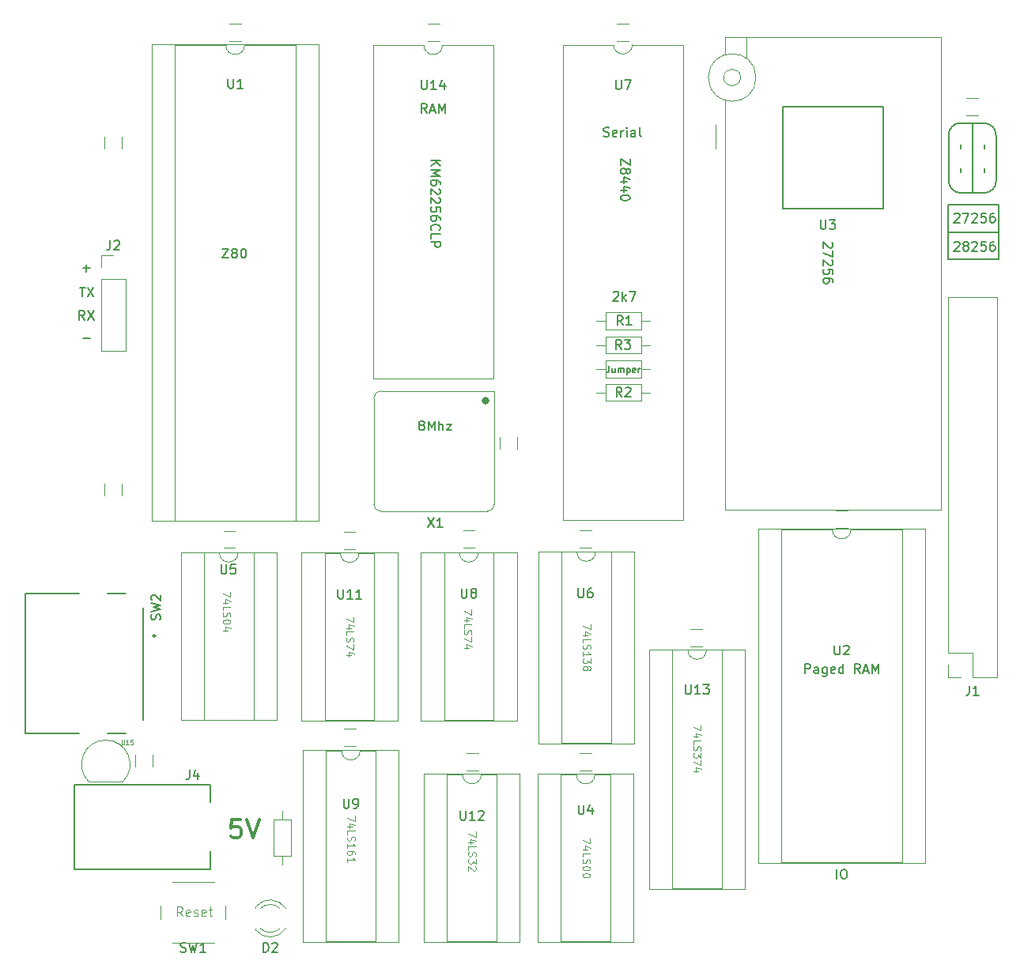
<source format=gto>
G04 #@! TF.GenerationSoftware,KiCad,Pcbnew,7.0.5*
G04 #@! TF.CreationDate,2023-12-17T10:26:09+13:00*
G04 #@! TF.ProjectId,main_board,6d61696e-5f62-46f6-9172-642e6b696361,2*
G04 #@! TF.SameCoordinates,Original*
G04 #@! TF.FileFunction,Legend,Top*
G04 #@! TF.FilePolarity,Positive*
%FSLAX46Y46*%
G04 Gerber Fmt 4.6, Leading zero omitted, Abs format (unit mm)*
G04 Created by KiCad (PCBNEW 7.0.5) date 2023-12-17 10:26:09*
%MOMM*%
%LPD*%
G01*
G04 APERTURE LIST*
G04 Aperture macros list*
%AMRotRect*
0 Rectangle, with rotation*
0 The origin of the aperture is its center*
0 $1 length*
0 $2 width*
0 $3 Rotation angle, in degrees counterclockwise*
0 Add horizontal line*
21,1,$1,$2,0,0,$3*%
G04 Aperture macros list end*
%ADD10C,0.150000*%
%ADD11C,0.384004*%
%ADD12C,0.100000*%
%ADD13C,0.300000*%
%ADD14C,0.120000*%
%ADD15C,0.250000*%
%ADD16C,0.127000*%
%ADD17R,1.700000X1.700000*%
%ADD18O,1.700000X1.700000*%
%ADD19C,1.600000*%
%ADD20C,1.400000*%
%ADD21O,1.400000X1.400000*%
%ADD22C,3.200000*%
%ADD23R,1.600000X1.600000*%
%ADD24O,1.600000X1.600000*%
%ADD25R,2.000000X1.440000*%
%ADD26O,2.000000X1.440000*%
%ADD27RotRect,1.300000X1.300000X45.000000*%
%ADD28C,1.300000*%
%ADD29R,1.800000X1.800000*%
%ADD30C,1.800000*%
%ADD31C,1.700000*%
%ADD32C,2.000000*%
%ADD33O,2.500000X5.000000*%
%ADD34O,2.250000X4.500000*%
G04 APERTURE END LIST*
D10*
X183261000Y-56134000D02*
X180721000Y-56134000D01*
X184521974Y-57413026D02*
X184531000Y-62357000D01*
X180721000Y-63627000D02*
X183261000Y-63627000D01*
X183286400Y-58483500D02*
X183286400Y-58864500D01*
X183286400Y-61023500D02*
X183286400Y-61404500D01*
X184848500Y-70739000D02*
X184848500Y-64897000D01*
X161671000Y-54356000D02*
X172466000Y-54356000D01*
D11*
X130062202Y-85877400D02*
G75*
G03*
X130062202Y-85877400I-192002J0D01*
G01*
D10*
X179387500Y-70739000D02*
X184848500Y-70739000D01*
X179387500Y-64897000D02*
X179387500Y-70739000D01*
X183261000Y-63627000D02*
G75*
G03*
X184531000Y-62357000I0J1270000D01*
G01*
X179387500Y-67818000D02*
X184848500Y-67818000D01*
X179460026Y-62347974D02*
G75*
G03*
X180730026Y-63617974I1269974J-26D01*
G01*
X161671000Y-65278000D02*
X161671000Y-54356000D01*
X180721000Y-56134000D02*
G75*
G03*
X179451000Y-57404000I0J-1270000D01*
G01*
X179451000Y-57404000D02*
X179460026Y-62347974D01*
X180746400Y-58483500D02*
X180746400Y-58864500D01*
X180746400Y-61010800D02*
X180746400Y-61391800D01*
X184848500Y-64897000D02*
X179387500Y-64897000D01*
X172466000Y-54356000D02*
X172466000Y-65278000D01*
X181991000Y-56134000D02*
X181991000Y-63627000D01*
X184521974Y-57413026D02*
G75*
G03*
X183251974Y-56143026I-1269974J26D01*
G01*
X172466000Y-65278000D02*
X161671000Y-65278000D01*
X124005180Y-60150952D02*
X125005180Y-60150952D01*
X124005180Y-60722380D02*
X124576609Y-60293809D01*
X125005180Y-60722380D02*
X124433752Y-60150952D01*
X124005180Y-61150952D02*
X125005180Y-61150952D01*
X125005180Y-61150952D02*
X124290895Y-61484285D01*
X124290895Y-61484285D02*
X125005180Y-61817618D01*
X125005180Y-61817618D02*
X124005180Y-61817618D01*
X125005180Y-62722380D02*
X125005180Y-62531904D01*
X125005180Y-62531904D02*
X124957561Y-62436666D01*
X124957561Y-62436666D02*
X124909942Y-62389047D01*
X124909942Y-62389047D02*
X124767085Y-62293809D01*
X124767085Y-62293809D02*
X124576609Y-62246190D01*
X124576609Y-62246190D02*
X124195657Y-62246190D01*
X124195657Y-62246190D02*
X124100419Y-62293809D01*
X124100419Y-62293809D02*
X124052800Y-62341428D01*
X124052800Y-62341428D02*
X124005180Y-62436666D01*
X124005180Y-62436666D02*
X124005180Y-62627142D01*
X124005180Y-62627142D02*
X124052800Y-62722380D01*
X124052800Y-62722380D02*
X124100419Y-62769999D01*
X124100419Y-62769999D02*
X124195657Y-62817618D01*
X124195657Y-62817618D02*
X124433752Y-62817618D01*
X124433752Y-62817618D02*
X124528990Y-62769999D01*
X124528990Y-62769999D02*
X124576609Y-62722380D01*
X124576609Y-62722380D02*
X124624228Y-62627142D01*
X124624228Y-62627142D02*
X124624228Y-62436666D01*
X124624228Y-62436666D02*
X124576609Y-62341428D01*
X124576609Y-62341428D02*
X124528990Y-62293809D01*
X124528990Y-62293809D02*
X124433752Y-62246190D01*
X124909942Y-63198571D02*
X124957561Y-63246190D01*
X124957561Y-63246190D02*
X125005180Y-63341428D01*
X125005180Y-63341428D02*
X125005180Y-63579523D01*
X125005180Y-63579523D02*
X124957561Y-63674761D01*
X124957561Y-63674761D02*
X124909942Y-63722380D01*
X124909942Y-63722380D02*
X124814704Y-63769999D01*
X124814704Y-63769999D02*
X124719466Y-63769999D01*
X124719466Y-63769999D02*
X124576609Y-63722380D01*
X124576609Y-63722380D02*
X124005180Y-63150952D01*
X124005180Y-63150952D02*
X124005180Y-63769999D01*
X124909942Y-64150952D02*
X124957561Y-64198571D01*
X124957561Y-64198571D02*
X125005180Y-64293809D01*
X125005180Y-64293809D02*
X125005180Y-64531904D01*
X125005180Y-64531904D02*
X124957561Y-64627142D01*
X124957561Y-64627142D02*
X124909942Y-64674761D01*
X124909942Y-64674761D02*
X124814704Y-64722380D01*
X124814704Y-64722380D02*
X124719466Y-64722380D01*
X124719466Y-64722380D02*
X124576609Y-64674761D01*
X124576609Y-64674761D02*
X124005180Y-64103333D01*
X124005180Y-64103333D02*
X124005180Y-64722380D01*
X125005180Y-65627142D02*
X125005180Y-65150952D01*
X125005180Y-65150952D02*
X124528990Y-65103333D01*
X124528990Y-65103333D02*
X124576609Y-65150952D01*
X124576609Y-65150952D02*
X124624228Y-65246190D01*
X124624228Y-65246190D02*
X124624228Y-65484285D01*
X124624228Y-65484285D02*
X124576609Y-65579523D01*
X124576609Y-65579523D02*
X124528990Y-65627142D01*
X124528990Y-65627142D02*
X124433752Y-65674761D01*
X124433752Y-65674761D02*
X124195657Y-65674761D01*
X124195657Y-65674761D02*
X124100419Y-65627142D01*
X124100419Y-65627142D02*
X124052800Y-65579523D01*
X124052800Y-65579523D02*
X124005180Y-65484285D01*
X124005180Y-65484285D02*
X124005180Y-65246190D01*
X124005180Y-65246190D02*
X124052800Y-65150952D01*
X124052800Y-65150952D02*
X124100419Y-65103333D01*
X125005180Y-66531904D02*
X125005180Y-66341428D01*
X125005180Y-66341428D02*
X124957561Y-66246190D01*
X124957561Y-66246190D02*
X124909942Y-66198571D01*
X124909942Y-66198571D02*
X124767085Y-66103333D01*
X124767085Y-66103333D02*
X124576609Y-66055714D01*
X124576609Y-66055714D02*
X124195657Y-66055714D01*
X124195657Y-66055714D02*
X124100419Y-66103333D01*
X124100419Y-66103333D02*
X124052800Y-66150952D01*
X124052800Y-66150952D02*
X124005180Y-66246190D01*
X124005180Y-66246190D02*
X124005180Y-66436666D01*
X124005180Y-66436666D02*
X124052800Y-66531904D01*
X124052800Y-66531904D02*
X124100419Y-66579523D01*
X124100419Y-66579523D02*
X124195657Y-66627142D01*
X124195657Y-66627142D02*
X124433752Y-66627142D01*
X124433752Y-66627142D02*
X124528990Y-66579523D01*
X124528990Y-66579523D02*
X124576609Y-66531904D01*
X124576609Y-66531904D02*
X124624228Y-66436666D01*
X124624228Y-66436666D02*
X124624228Y-66246190D01*
X124624228Y-66246190D02*
X124576609Y-66150952D01*
X124576609Y-66150952D02*
X124528990Y-66103333D01*
X124528990Y-66103333D02*
X124433752Y-66055714D01*
X124100419Y-67627142D02*
X124052800Y-67579523D01*
X124052800Y-67579523D02*
X124005180Y-67436666D01*
X124005180Y-67436666D02*
X124005180Y-67341428D01*
X124005180Y-67341428D02*
X124052800Y-67198571D01*
X124052800Y-67198571D02*
X124148038Y-67103333D01*
X124148038Y-67103333D02*
X124243276Y-67055714D01*
X124243276Y-67055714D02*
X124433752Y-67008095D01*
X124433752Y-67008095D02*
X124576609Y-67008095D01*
X124576609Y-67008095D02*
X124767085Y-67055714D01*
X124767085Y-67055714D02*
X124862323Y-67103333D01*
X124862323Y-67103333D02*
X124957561Y-67198571D01*
X124957561Y-67198571D02*
X125005180Y-67341428D01*
X125005180Y-67341428D02*
X125005180Y-67436666D01*
X125005180Y-67436666D02*
X124957561Y-67579523D01*
X124957561Y-67579523D02*
X124909942Y-67627142D01*
X124005180Y-68531904D02*
X124005180Y-68055714D01*
X124005180Y-68055714D02*
X125005180Y-68055714D01*
X124005180Y-68865238D02*
X125005180Y-68865238D01*
X125005180Y-68865238D02*
X125005180Y-69246190D01*
X125005180Y-69246190D02*
X124957561Y-69341428D01*
X124957561Y-69341428D02*
X124909942Y-69389047D01*
X124909942Y-69389047D02*
X124814704Y-69436666D01*
X124814704Y-69436666D02*
X124671847Y-69436666D01*
X124671847Y-69436666D02*
X124576609Y-69389047D01*
X124576609Y-69389047D02*
X124528990Y-69341428D01*
X124528990Y-69341428D02*
X124481371Y-69246190D01*
X124481371Y-69246190D02*
X124481371Y-68865238D01*
X180057660Y-65894057D02*
X180105279Y-65846438D01*
X180105279Y-65846438D02*
X180200517Y-65798819D01*
X180200517Y-65798819D02*
X180438612Y-65798819D01*
X180438612Y-65798819D02*
X180533850Y-65846438D01*
X180533850Y-65846438D02*
X180581469Y-65894057D01*
X180581469Y-65894057D02*
X180629088Y-65989295D01*
X180629088Y-65989295D02*
X180629088Y-66084533D01*
X180629088Y-66084533D02*
X180581469Y-66227390D01*
X180581469Y-66227390D02*
X180010041Y-66798819D01*
X180010041Y-66798819D02*
X180629088Y-66798819D01*
X180962422Y-65798819D02*
X181629088Y-65798819D01*
X181629088Y-65798819D02*
X181200517Y-66798819D01*
X181962422Y-65894057D02*
X182010041Y-65846438D01*
X182010041Y-65846438D02*
X182105279Y-65798819D01*
X182105279Y-65798819D02*
X182343374Y-65798819D01*
X182343374Y-65798819D02*
X182438612Y-65846438D01*
X182438612Y-65846438D02*
X182486231Y-65894057D01*
X182486231Y-65894057D02*
X182533850Y-65989295D01*
X182533850Y-65989295D02*
X182533850Y-66084533D01*
X182533850Y-66084533D02*
X182486231Y-66227390D01*
X182486231Y-66227390D02*
X181914803Y-66798819D01*
X181914803Y-66798819D02*
X182533850Y-66798819D01*
X183438612Y-65798819D02*
X182962422Y-65798819D01*
X182962422Y-65798819D02*
X182914803Y-66275009D01*
X182914803Y-66275009D02*
X182962422Y-66227390D01*
X182962422Y-66227390D02*
X183057660Y-66179771D01*
X183057660Y-66179771D02*
X183295755Y-66179771D01*
X183295755Y-66179771D02*
X183390993Y-66227390D01*
X183390993Y-66227390D02*
X183438612Y-66275009D01*
X183438612Y-66275009D02*
X183486231Y-66370247D01*
X183486231Y-66370247D02*
X183486231Y-66608342D01*
X183486231Y-66608342D02*
X183438612Y-66703580D01*
X183438612Y-66703580D02*
X183390993Y-66751200D01*
X183390993Y-66751200D02*
X183295755Y-66798819D01*
X183295755Y-66798819D02*
X183057660Y-66798819D01*
X183057660Y-66798819D02*
X182962422Y-66751200D01*
X182962422Y-66751200D02*
X182914803Y-66703580D01*
X184343374Y-65798819D02*
X184152898Y-65798819D01*
X184152898Y-65798819D02*
X184057660Y-65846438D01*
X184057660Y-65846438D02*
X184010041Y-65894057D01*
X184010041Y-65894057D02*
X183914803Y-66036914D01*
X183914803Y-66036914D02*
X183867184Y-66227390D01*
X183867184Y-66227390D02*
X183867184Y-66608342D01*
X183867184Y-66608342D02*
X183914803Y-66703580D01*
X183914803Y-66703580D02*
X183962422Y-66751200D01*
X183962422Y-66751200D02*
X184057660Y-66798819D01*
X184057660Y-66798819D02*
X184248136Y-66798819D01*
X184248136Y-66798819D02*
X184343374Y-66751200D01*
X184343374Y-66751200D02*
X184390993Y-66703580D01*
X184390993Y-66703580D02*
X184438612Y-66608342D01*
X184438612Y-66608342D02*
X184438612Y-66370247D01*
X184438612Y-66370247D02*
X184390993Y-66275009D01*
X184390993Y-66275009D02*
X184343374Y-66227390D01*
X184343374Y-66227390D02*
X184248136Y-66179771D01*
X184248136Y-66179771D02*
X184057660Y-66179771D01*
X184057660Y-66179771D02*
X183962422Y-66227390D01*
X183962422Y-66227390D02*
X183914803Y-66275009D01*
X183914803Y-66275009D02*
X183867184Y-66370247D01*
X86931533Y-77238419D02*
X86598200Y-76762228D01*
X86360105Y-77238419D02*
X86360105Y-76238419D01*
X86360105Y-76238419D02*
X86741057Y-76238419D01*
X86741057Y-76238419D02*
X86836295Y-76286038D01*
X86836295Y-76286038D02*
X86883914Y-76333657D01*
X86883914Y-76333657D02*
X86931533Y-76428895D01*
X86931533Y-76428895D02*
X86931533Y-76571752D01*
X86931533Y-76571752D02*
X86883914Y-76666990D01*
X86883914Y-76666990D02*
X86836295Y-76714609D01*
X86836295Y-76714609D02*
X86741057Y-76762228D01*
X86741057Y-76762228D02*
X86360105Y-76762228D01*
X87264867Y-76238419D02*
X87931533Y-77238419D01*
X87931533Y-76238419D02*
X87264867Y-77238419D01*
X145325180Y-59991905D02*
X145325180Y-60658571D01*
X145325180Y-60658571D02*
X144325180Y-59991905D01*
X144325180Y-59991905D02*
X144325180Y-60658571D01*
X144896609Y-61182381D02*
X144944228Y-61087143D01*
X144944228Y-61087143D02*
X144991847Y-61039524D01*
X144991847Y-61039524D02*
X145087085Y-60991905D01*
X145087085Y-60991905D02*
X145134704Y-60991905D01*
X145134704Y-60991905D02*
X145229942Y-61039524D01*
X145229942Y-61039524D02*
X145277561Y-61087143D01*
X145277561Y-61087143D02*
X145325180Y-61182381D01*
X145325180Y-61182381D02*
X145325180Y-61372857D01*
X145325180Y-61372857D02*
X145277561Y-61468095D01*
X145277561Y-61468095D02*
X145229942Y-61515714D01*
X145229942Y-61515714D02*
X145134704Y-61563333D01*
X145134704Y-61563333D02*
X145087085Y-61563333D01*
X145087085Y-61563333D02*
X144991847Y-61515714D01*
X144991847Y-61515714D02*
X144944228Y-61468095D01*
X144944228Y-61468095D02*
X144896609Y-61372857D01*
X144896609Y-61372857D02*
X144896609Y-61182381D01*
X144896609Y-61182381D02*
X144848990Y-61087143D01*
X144848990Y-61087143D02*
X144801371Y-61039524D01*
X144801371Y-61039524D02*
X144706133Y-60991905D01*
X144706133Y-60991905D02*
X144515657Y-60991905D01*
X144515657Y-60991905D02*
X144420419Y-61039524D01*
X144420419Y-61039524D02*
X144372800Y-61087143D01*
X144372800Y-61087143D02*
X144325180Y-61182381D01*
X144325180Y-61182381D02*
X144325180Y-61372857D01*
X144325180Y-61372857D02*
X144372800Y-61468095D01*
X144372800Y-61468095D02*
X144420419Y-61515714D01*
X144420419Y-61515714D02*
X144515657Y-61563333D01*
X144515657Y-61563333D02*
X144706133Y-61563333D01*
X144706133Y-61563333D02*
X144801371Y-61515714D01*
X144801371Y-61515714D02*
X144848990Y-61468095D01*
X144848990Y-61468095D02*
X144896609Y-61372857D01*
X144991847Y-62420476D02*
X144325180Y-62420476D01*
X145372800Y-62182381D02*
X144658514Y-61944286D01*
X144658514Y-61944286D02*
X144658514Y-62563333D01*
X144991847Y-63372857D02*
X144325180Y-63372857D01*
X145372800Y-63134762D02*
X144658514Y-62896667D01*
X144658514Y-62896667D02*
X144658514Y-63515714D01*
X145325180Y-64087143D02*
X145325180Y-64182381D01*
X145325180Y-64182381D02*
X145277561Y-64277619D01*
X145277561Y-64277619D02*
X145229942Y-64325238D01*
X145229942Y-64325238D02*
X145134704Y-64372857D01*
X145134704Y-64372857D02*
X144944228Y-64420476D01*
X144944228Y-64420476D02*
X144706133Y-64420476D01*
X144706133Y-64420476D02*
X144515657Y-64372857D01*
X144515657Y-64372857D02*
X144420419Y-64325238D01*
X144420419Y-64325238D02*
X144372800Y-64277619D01*
X144372800Y-64277619D02*
X144325180Y-64182381D01*
X144325180Y-64182381D02*
X144325180Y-64087143D01*
X144325180Y-64087143D02*
X144372800Y-63991905D01*
X144372800Y-63991905D02*
X144420419Y-63944286D01*
X144420419Y-63944286D02*
X144515657Y-63896667D01*
X144515657Y-63896667D02*
X144706133Y-63849048D01*
X144706133Y-63849048D02*
X144944228Y-63849048D01*
X144944228Y-63849048D02*
X145134704Y-63896667D01*
X145134704Y-63896667D02*
X145229942Y-63944286D01*
X145229942Y-63944286D02*
X145277561Y-63991905D01*
X145277561Y-63991905D02*
X145325180Y-64087143D01*
D12*
X128376304Y-108255713D02*
X128376304Y-108789047D01*
X128376304Y-108789047D02*
X127576304Y-108446189D01*
X128109638Y-109436666D02*
X127576304Y-109436666D01*
X128414400Y-109246190D02*
X127842971Y-109055713D01*
X127842971Y-109055713D02*
X127842971Y-109550952D01*
X127576304Y-110236666D02*
X127576304Y-109855714D01*
X127576304Y-109855714D02*
X128376304Y-109855714D01*
X127614400Y-110465237D02*
X127576304Y-110579523D01*
X127576304Y-110579523D02*
X127576304Y-110769999D01*
X127576304Y-110769999D02*
X127614400Y-110846190D01*
X127614400Y-110846190D02*
X127652495Y-110884285D01*
X127652495Y-110884285D02*
X127728685Y-110922380D01*
X127728685Y-110922380D02*
X127804876Y-110922380D01*
X127804876Y-110922380D02*
X127881066Y-110884285D01*
X127881066Y-110884285D02*
X127919161Y-110846190D01*
X127919161Y-110846190D02*
X127957257Y-110769999D01*
X127957257Y-110769999D02*
X127995352Y-110617618D01*
X127995352Y-110617618D02*
X128033447Y-110541428D01*
X128033447Y-110541428D02*
X128071542Y-110503333D01*
X128071542Y-110503333D02*
X128147733Y-110465237D01*
X128147733Y-110465237D02*
X128223923Y-110465237D01*
X128223923Y-110465237D02*
X128300114Y-110503333D01*
X128300114Y-110503333D02*
X128338209Y-110541428D01*
X128338209Y-110541428D02*
X128376304Y-110617618D01*
X128376304Y-110617618D02*
X128376304Y-110808095D01*
X128376304Y-110808095D02*
X128338209Y-110922380D01*
X128376304Y-111189047D02*
X128376304Y-111722381D01*
X128376304Y-111722381D02*
X127576304Y-111379523D01*
X128109638Y-112370000D02*
X127576304Y-112370000D01*
X128414400Y-112179524D02*
X127842971Y-111989047D01*
X127842971Y-111989047D02*
X127842971Y-112484286D01*
X115878104Y-130369161D02*
X115878104Y-130902495D01*
X115878104Y-130902495D02*
X115078104Y-130559637D01*
X115611438Y-131550114D02*
X115078104Y-131550114D01*
X115916200Y-131359638D02*
X115344771Y-131169161D01*
X115344771Y-131169161D02*
X115344771Y-131664400D01*
X115078104Y-132350114D02*
X115078104Y-131969162D01*
X115078104Y-131969162D02*
X115878104Y-131969162D01*
X115116200Y-132578685D02*
X115078104Y-132692971D01*
X115078104Y-132692971D02*
X115078104Y-132883447D01*
X115078104Y-132883447D02*
X115116200Y-132959638D01*
X115116200Y-132959638D02*
X115154295Y-132997733D01*
X115154295Y-132997733D02*
X115230485Y-133035828D01*
X115230485Y-133035828D02*
X115306676Y-133035828D01*
X115306676Y-133035828D02*
X115382866Y-132997733D01*
X115382866Y-132997733D02*
X115420961Y-132959638D01*
X115420961Y-132959638D02*
X115459057Y-132883447D01*
X115459057Y-132883447D02*
X115497152Y-132731066D01*
X115497152Y-132731066D02*
X115535247Y-132654876D01*
X115535247Y-132654876D02*
X115573342Y-132616781D01*
X115573342Y-132616781D02*
X115649533Y-132578685D01*
X115649533Y-132578685D02*
X115725723Y-132578685D01*
X115725723Y-132578685D02*
X115801914Y-132616781D01*
X115801914Y-132616781D02*
X115840009Y-132654876D01*
X115840009Y-132654876D02*
X115878104Y-132731066D01*
X115878104Y-132731066D02*
X115878104Y-132921543D01*
X115878104Y-132921543D02*
X115840009Y-133035828D01*
X115078104Y-133797733D02*
X115078104Y-133340590D01*
X115078104Y-133569162D02*
X115878104Y-133569162D01*
X115878104Y-133569162D02*
X115763819Y-133492971D01*
X115763819Y-133492971D02*
X115687628Y-133416781D01*
X115687628Y-133416781D02*
X115649533Y-133340590D01*
X115878104Y-134483448D02*
X115878104Y-134331067D01*
X115878104Y-134331067D02*
X115840009Y-134254876D01*
X115840009Y-134254876D02*
X115801914Y-134216781D01*
X115801914Y-134216781D02*
X115687628Y-134140591D01*
X115687628Y-134140591D02*
X115535247Y-134102495D01*
X115535247Y-134102495D02*
X115230485Y-134102495D01*
X115230485Y-134102495D02*
X115154295Y-134140591D01*
X115154295Y-134140591D02*
X115116200Y-134178686D01*
X115116200Y-134178686D02*
X115078104Y-134254876D01*
X115078104Y-134254876D02*
X115078104Y-134407257D01*
X115078104Y-134407257D02*
X115116200Y-134483448D01*
X115116200Y-134483448D02*
X115154295Y-134521543D01*
X115154295Y-134521543D02*
X115230485Y-134559638D01*
X115230485Y-134559638D02*
X115420961Y-134559638D01*
X115420961Y-134559638D02*
X115497152Y-134521543D01*
X115497152Y-134521543D02*
X115535247Y-134483448D01*
X115535247Y-134483448D02*
X115573342Y-134407257D01*
X115573342Y-134407257D02*
X115573342Y-134254876D01*
X115573342Y-134254876D02*
X115535247Y-134178686D01*
X115535247Y-134178686D02*
X115497152Y-134140591D01*
X115497152Y-134140591D02*
X115420961Y-134102495D01*
X115078104Y-135321543D02*
X115078104Y-134864400D01*
X115078104Y-135092972D02*
X115878104Y-135092972D01*
X115878104Y-135092972D02*
X115763819Y-135016781D01*
X115763819Y-135016781D02*
X115687628Y-134940591D01*
X115687628Y-134940591D02*
X115649533Y-134864400D01*
D10*
X101714286Y-69594819D02*
X102380952Y-69594819D01*
X102380952Y-69594819D02*
X101714286Y-70594819D01*
X101714286Y-70594819D02*
X102380952Y-70594819D01*
X102904762Y-70023390D02*
X102809524Y-69975771D01*
X102809524Y-69975771D02*
X102761905Y-69928152D01*
X102761905Y-69928152D02*
X102714286Y-69832914D01*
X102714286Y-69832914D02*
X102714286Y-69785295D01*
X102714286Y-69785295D02*
X102761905Y-69690057D01*
X102761905Y-69690057D02*
X102809524Y-69642438D01*
X102809524Y-69642438D02*
X102904762Y-69594819D01*
X102904762Y-69594819D02*
X103095238Y-69594819D01*
X103095238Y-69594819D02*
X103190476Y-69642438D01*
X103190476Y-69642438D02*
X103238095Y-69690057D01*
X103238095Y-69690057D02*
X103285714Y-69785295D01*
X103285714Y-69785295D02*
X103285714Y-69832914D01*
X103285714Y-69832914D02*
X103238095Y-69928152D01*
X103238095Y-69928152D02*
X103190476Y-69975771D01*
X103190476Y-69975771D02*
X103095238Y-70023390D01*
X103095238Y-70023390D02*
X102904762Y-70023390D01*
X102904762Y-70023390D02*
X102809524Y-70071009D01*
X102809524Y-70071009D02*
X102761905Y-70118628D01*
X102761905Y-70118628D02*
X102714286Y-70213866D01*
X102714286Y-70213866D02*
X102714286Y-70404342D01*
X102714286Y-70404342D02*
X102761905Y-70499580D01*
X102761905Y-70499580D02*
X102809524Y-70547200D01*
X102809524Y-70547200D02*
X102904762Y-70594819D01*
X102904762Y-70594819D02*
X103095238Y-70594819D01*
X103095238Y-70594819D02*
X103190476Y-70547200D01*
X103190476Y-70547200D02*
X103238095Y-70499580D01*
X103238095Y-70499580D02*
X103285714Y-70404342D01*
X103285714Y-70404342D02*
X103285714Y-70213866D01*
X103285714Y-70213866D02*
X103238095Y-70118628D01*
X103238095Y-70118628D02*
X103190476Y-70071009D01*
X103190476Y-70071009D02*
X103095238Y-70023390D01*
X103904762Y-69594819D02*
X104000000Y-69594819D01*
X104000000Y-69594819D02*
X104095238Y-69642438D01*
X104095238Y-69642438D02*
X104142857Y-69690057D01*
X104142857Y-69690057D02*
X104190476Y-69785295D01*
X104190476Y-69785295D02*
X104238095Y-69975771D01*
X104238095Y-69975771D02*
X104238095Y-70213866D01*
X104238095Y-70213866D02*
X104190476Y-70404342D01*
X104190476Y-70404342D02*
X104142857Y-70499580D01*
X104142857Y-70499580D02*
X104095238Y-70547200D01*
X104095238Y-70547200D02*
X104000000Y-70594819D01*
X104000000Y-70594819D02*
X103904762Y-70594819D01*
X103904762Y-70594819D02*
X103809524Y-70547200D01*
X103809524Y-70547200D02*
X103761905Y-70499580D01*
X103761905Y-70499580D02*
X103714286Y-70404342D01*
X103714286Y-70404342D02*
X103666667Y-70213866D01*
X103666667Y-70213866D02*
X103666667Y-69975771D01*
X103666667Y-69975771D02*
X103714286Y-69785295D01*
X103714286Y-69785295D02*
X103761905Y-69690057D01*
X103761905Y-69690057D02*
X103809524Y-69642438D01*
X103809524Y-69642438D02*
X103904762Y-69594819D01*
D12*
X141067704Y-132787313D02*
X141067704Y-133320647D01*
X141067704Y-133320647D02*
X140267704Y-132977789D01*
X140801038Y-133968266D02*
X140267704Y-133968266D01*
X141105800Y-133777790D02*
X140534371Y-133587313D01*
X140534371Y-133587313D02*
X140534371Y-134082552D01*
X140267704Y-134768266D02*
X140267704Y-134387314D01*
X140267704Y-134387314D02*
X141067704Y-134387314D01*
X140305800Y-134996837D02*
X140267704Y-135111123D01*
X140267704Y-135111123D02*
X140267704Y-135301599D01*
X140267704Y-135301599D02*
X140305800Y-135377790D01*
X140305800Y-135377790D02*
X140343895Y-135415885D01*
X140343895Y-135415885D02*
X140420085Y-135453980D01*
X140420085Y-135453980D02*
X140496276Y-135453980D01*
X140496276Y-135453980D02*
X140572466Y-135415885D01*
X140572466Y-135415885D02*
X140610561Y-135377790D01*
X140610561Y-135377790D02*
X140648657Y-135301599D01*
X140648657Y-135301599D02*
X140686752Y-135149218D01*
X140686752Y-135149218D02*
X140724847Y-135073028D01*
X140724847Y-135073028D02*
X140762942Y-135034933D01*
X140762942Y-135034933D02*
X140839133Y-134996837D01*
X140839133Y-134996837D02*
X140915323Y-134996837D01*
X140915323Y-134996837D02*
X140991514Y-135034933D01*
X140991514Y-135034933D02*
X141029609Y-135073028D01*
X141029609Y-135073028D02*
X141067704Y-135149218D01*
X141067704Y-135149218D02*
X141067704Y-135339695D01*
X141067704Y-135339695D02*
X141029609Y-135453980D01*
X141067704Y-135949219D02*
X141067704Y-136025409D01*
X141067704Y-136025409D02*
X141029609Y-136101600D01*
X141029609Y-136101600D02*
X140991514Y-136139695D01*
X140991514Y-136139695D02*
X140915323Y-136177790D01*
X140915323Y-136177790D02*
X140762942Y-136215885D01*
X140762942Y-136215885D02*
X140572466Y-136215885D01*
X140572466Y-136215885D02*
X140420085Y-136177790D01*
X140420085Y-136177790D02*
X140343895Y-136139695D01*
X140343895Y-136139695D02*
X140305800Y-136101600D01*
X140305800Y-136101600D02*
X140267704Y-136025409D01*
X140267704Y-136025409D02*
X140267704Y-135949219D01*
X140267704Y-135949219D02*
X140305800Y-135873028D01*
X140305800Y-135873028D02*
X140343895Y-135834933D01*
X140343895Y-135834933D02*
X140420085Y-135796838D01*
X140420085Y-135796838D02*
X140572466Y-135758742D01*
X140572466Y-135758742D02*
X140762942Y-135758742D01*
X140762942Y-135758742D02*
X140915323Y-135796838D01*
X140915323Y-135796838D02*
X140991514Y-135834933D01*
X140991514Y-135834933D02*
X141029609Y-135873028D01*
X141029609Y-135873028D02*
X141067704Y-135949219D01*
X141067704Y-136711124D02*
X141067704Y-136787314D01*
X141067704Y-136787314D02*
X141029609Y-136863505D01*
X141029609Y-136863505D02*
X140991514Y-136901600D01*
X140991514Y-136901600D02*
X140915323Y-136939695D01*
X140915323Y-136939695D02*
X140762942Y-136977790D01*
X140762942Y-136977790D02*
X140572466Y-136977790D01*
X140572466Y-136977790D02*
X140420085Y-136939695D01*
X140420085Y-136939695D02*
X140343895Y-136901600D01*
X140343895Y-136901600D02*
X140305800Y-136863505D01*
X140305800Y-136863505D02*
X140267704Y-136787314D01*
X140267704Y-136787314D02*
X140267704Y-136711124D01*
X140267704Y-136711124D02*
X140305800Y-136634933D01*
X140305800Y-136634933D02*
X140343895Y-136596838D01*
X140343895Y-136596838D02*
X140420085Y-136558743D01*
X140420085Y-136558743D02*
X140572466Y-136520647D01*
X140572466Y-136520647D02*
X140762942Y-136520647D01*
X140762942Y-136520647D02*
X140915323Y-136558743D01*
X140915323Y-136558743D02*
X140991514Y-136596838D01*
X140991514Y-136596838D02*
X141029609Y-136634933D01*
X141029609Y-136634933D02*
X141067704Y-136711124D01*
D10*
X123579523Y-55064819D02*
X123246190Y-54588628D01*
X123008095Y-55064819D02*
X123008095Y-54064819D01*
X123008095Y-54064819D02*
X123389047Y-54064819D01*
X123389047Y-54064819D02*
X123484285Y-54112438D01*
X123484285Y-54112438D02*
X123531904Y-54160057D01*
X123531904Y-54160057D02*
X123579523Y-54255295D01*
X123579523Y-54255295D02*
X123579523Y-54398152D01*
X123579523Y-54398152D02*
X123531904Y-54493390D01*
X123531904Y-54493390D02*
X123484285Y-54541009D01*
X123484285Y-54541009D02*
X123389047Y-54588628D01*
X123389047Y-54588628D02*
X123008095Y-54588628D01*
X123960476Y-54779104D02*
X124436666Y-54779104D01*
X123865238Y-55064819D02*
X124198571Y-54064819D01*
X124198571Y-54064819D02*
X124531904Y-55064819D01*
X124865238Y-55064819D02*
X124865238Y-54064819D01*
X124865238Y-54064819D02*
X125198571Y-54779104D01*
X125198571Y-54779104D02*
X125531904Y-54064819D01*
X125531904Y-54064819D02*
X125531904Y-55064819D01*
D13*
X103625939Y-130739638D02*
X102673558Y-130739638D01*
X102673558Y-130739638D02*
X102578320Y-131692019D01*
X102578320Y-131692019D02*
X102673558Y-131596780D01*
X102673558Y-131596780D02*
X102864034Y-131501542D01*
X102864034Y-131501542D02*
X103340225Y-131501542D01*
X103340225Y-131501542D02*
X103530701Y-131596780D01*
X103530701Y-131596780D02*
X103625939Y-131692019D01*
X103625939Y-131692019D02*
X103721177Y-131882495D01*
X103721177Y-131882495D02*
X103721177Y-132358685D01*
X103721177Y-132358685D02*
X103625939Y-132549161D01*
X103625939Y-132549161D02*
X103530701Y-132644400D01*
X103530701Y-132644400D02*
X103340225Y-132739638D01*
X103340225Y-132739638D02*
X102864034Y-132739638D01*
X102864034Y-132739638D02*
X102673558Y-132644400D01*
X102673558Y-132644400D02*
X102578320Y-132549161D01*
X104292606Y-130739638D02*
X104959272Y-132739638D01*
X104959272Y-132739638D02*
X105625939Y-130739638D01*
D10*
X142523809Y-57557200D02*
X142666666Y-57604819D01*
X142666666Y-57604819D02*
X142904761Y-57604819D01*
X142904761Y-57604819D02*
X142999999Y-57557200D01*
X142999999Y-57557200D02*
X143047618Y-57509580D01*
X143047618Y-57509580D02*
X143095237Y-57414342D01*
X143095237Y-57414342D02*
X143095237Y-57319104D01*
X143095237Y-57319104D02*
X143047618Y-57223866D01*
X143047618Y-57223866D02*
X142999999Y-57176247D01*
X142999999Y-57176247D02*
X142904761Y-57128628D01*
X142904761Y-57128628D02*
X142714285Y-57081009D01*
X142714285Y-57081009D02*
X142619047Y-57033390D01*
X142619047Y-57033390D02*
X142571428Y-56985771D01*
X142571428Y-56985771D02*
X142523809Y-56890533D01*
X142523809Y-56890533D02*
X142523809Y-56795295D01*
X142523809Y-56795295D02*
X142571428Y-56700057D01*
X142571428Y-56700057D02*
X142619047Y-56652438D01*
X142619047Y-56652438D02*
X142714285Y-56604819D01*
X142714285Y-56604819D02*
X142952380Y-56604819D01*
X142952380Y-56604819D02*
X143095237Y-56652438D01*
X143904761Y-57557200D02*
X143809523Y-57604819D01*
X143809523Y-57604819D02*
X143619047Y-57604819D01*
X143619047Y-57604819D02*
X143523809Y-57557200D01*
X143523809Y-57557200D02*
X143476190Y-57461961D01*
X143476190Y-57461961D02*
X143476190Y-57081009D01*
X143476190Y-57081009D02*
X143523809Y-56985771D01*
X143523809Y-56985771D02*
X143619047Y-56938152D01*
X143619047Y-56938152D02*
X143809523Y-56938152D01*
X143809523Y-56938152D02*
X143904761Y-56985771D01*
X143904761Y-56985771D02*
X143952380Y-57081009D01*
X143952380Y-57081009D02*
X143952380Y-57176247D01*
X143952380Y-57176247D02*
X143476190Y-57271485D01*
X144380952Y-57604819D02*
X144380952Y-56938152D01*
X144380952Y-57128628D02*
X144428571Y-57033390D01*
X144428571Y-57033390D02*
X144476190Y-56985771D01*
X144476190Y-56985771D02*
X144571428Y-56938152D01*
X144571428Y-56938152D02*
X144666666Y-56938152D01*
X145000000Y-57604819D02*
X145000000Y-56938152D01*
X145000000Y-56604819D02*
X144952381Y-56652438D01*
X144952381Y-56652438D02*
X145000000Y-56700057D01*
X145000000Y-56700057D02*
X145047619Y-56652438D01*
X145047619Y-56652438D02*
X145000000Y-56604819D01*
X145000000Y-56604819D02*
X145000000Y-56700057D01*
X145904761Y-57604819D02*
X145904761Y-57081009D01*
X145904761Y-57081009D02*
X145857142Y-56985771D01*
X145857142Y-56985771D02*
X145761904Y-56938152D01*
X145761904Y-56938152D02*
X145571428Y-56938152D01*
X145571428Y-56938152D02*
X145476190Y-56985771D01*
X145904761Y-57557200D02*
X145809523Y-57604819D01*
X145809523Y-57604819D02*
X145571428Y-57604819D01*
X145571428Y-57604819D02*
X145476190Y-57557200D01*
X145476190Y-57557200D02*
X145428571Y-57461961D01*
X145428571Y-57461961D02*
X145428571Y-57366723D01*
X145428571Y-57366723D02*
X145476190Y-57271485D01*
X145476190Y-57271485D02*
X145571428Y-57223866D01*
X145571428Y-57223866D02*
X145809523Y-57223866D01*
X145809523Y-57223866D02*
X145904761Y-57176247D01*
X146523809Y-57604819D02*
X146428571Y-57557200D01*
X146428571Y-57557200D02*
X146380952Y-57461961D01*
X146380952Y-57461961D02*
X146380952Y-56604819D01*
D12*
X128832104Y-132059713D02*
X128832104Y-132593047D01*
X128832104Y-132593047D02*
X128032104Y-132250189D01*
X128565438Y-133240666D02*
X128032104Y-133240666D01*
X128870200Y-133050190D02*
X128298771Y-132859713D01*
X128298771Y-132859713D02*
X128298771Y-133354952D01*
X128032104Y-134040666D02*
X128032104Y-133659714D01*
X128032104Y-133659714D02*
X128832104Y-133659714D01*
X128070200Y-134269237D02*
X128032104Y-134383523D01*
X128032104Y-134383523D02*
X128032104Y-134573999D01*
X128032104Y-134573999D02*
X128070200Y-134650190D01*
X128070200Y-134650190D02*
X128108295Y-134688285D01*
X128108295Y-134688285D02*
X128184485Y-134726380D01*
X128184485Y-134726380D02*
X128260676Y-134726380D01*
X128260676Y-134726380D02*
X128336866Y-134688285D01*
X128336866Y-134688285D02*
X128374961Y-134650190D01*
X128374961Y-134650190D02*
X128413057Y-134573999D01*
X128413057Y-134573999D02*
X128451152Y-134421618D01*
X128451152Y-134421618D02*
X128489247Y-134345428D01*
X128489247Y-134345428D02*
X128527342Y-134307333D01*
X128527342Y-134307333D02*
X128603533Y-134269237D01*
X128603533Y-134269237D02*
X128679723Y-134269237D01*
X128679723Y-134269237D02*
X128755914Y-134307333D01*
X128755914Y-134307333D02*
X128794009Y-134345428D01*
X128794009Y-134345428D02*
X128832104Y-134421618D01*
X128832104Y-134421618D02*
X128832104Y-134612095D01*
X128832104Y-134612095D02*
X128794009Y-134726380D01*
X128832104Y-134993047D02*
X128832104Y-135488285D01*
X128832104Y-135488285D02*
X128527342Y-135221619D01*
X128527342Y-135221619D02*
X128527342Y-135335904D01*
X128527342Y-135335904D02*
X128489247Y-135412095D01*
X128489247Y-135412095D02*
X128451152Y-135450190D01*
X128451152Y-135450190D02*
X128374961Y-135488285D01*
X128374961Y-135488285D02*
X128184485Y-135488285D01*
X128184485Y-135488285D02*
X128108295Y-135450190D01*
X128108295Y-135450190D02*
X128070200Y-135412095D01*
X128070200Y-135412095D02*
X128032104Y-135335904D01*
X128032104Y-135335904D02*
X128032104Y-135107333D01*
X128032104Y-135107333D02*
X128070200Y-135031142D01*
X128070200Y-135031142D02*
X128108295Y-134993047D01*
X128755914Y-135793047D02*
X128794009Y-135831143D01*
X128794009Y-135831143D02*
X128832104Y-135907333D01*
X128832104Y-135907333D02*
X128832104Y-136097809D01*
X128832104Y-136097809D02*
X128794009Y-136174000D01*
X128794009Y-136174000D02*
X128755914Y-136212095D01*
X128755914Y-136212095D02*
X128679723Y-136250190D01*
X128679723Y-136250190D02*
X128603533Y-136250190D01*
X128603533Y-136250190D02*
X128489247Y-136212095D01*
X128489247Y-136212095D02*
X128032104Y-135754952D01*
X128032104Y-135754952D02*
X128032104Y-136250190D01*
X115741104Y-109046113D02*
X115741104Y-109579447D01*
X115741104Y-109579447D02*
X114941104Y-109236589D01*
X115474438Y-110227066D02*
X114941104Y-110227066D01*
X115779200Y-110036590D02*
X115207771Y-109846113D01*
X115207771Y-109846113D02*
X115207771Y-110341352D01*
X114941104Y-111027066D02*
X114941104Y-110646114D01*
X114941104Y-110646114D02*
X115741104Y-110646114D01*
X114979200Y-111255637D02*
X114941104Y-111369923D01*
X114941104Y-111369923D02*
X114941104Y-111560399D01*
X114941104Y-111560399D02*
X114979200Y-111636590D01*
X114979200Y-111636590D02*
X115017295Y-111674685D01*
X115017295Y-111674685D02*
X115093485Y-111712780D01*
X115093485Y-111712780D02*
X115169676Y-111712780D01*
X115169676Y-111712780D02*
X115245866Y-111674685D01*
X115245866Y-111674685D02*
X115283961Y-111636590D01*
X115283961Y-111636590D02*
X115322057Y-111560399D01*
X115322057Y-111560399D02*
X115360152Y-111408018D01*
X115360152Y-111408018D02*
X115398247Y-111331828D01*
X115398247Y-111331828D02*
X115436342Y-111293733D01*
X115436342Y-111293733D02*
X115512533Y-111255637D01*
X115512533Y-111255637D02*
X115588723Y-111255637D01*
X115588723Y-111255637D02*
X115664914Y-111293733D01*
X115664914Y-111293733D02*
X115703009Y-111331828D01*
X115703009Y-111331828D02*
X115741104Y-111408018D01*
X115741104Y-111408018D02*
X115741104Y-111598495D01*
X115741104Y-111598495D02*
X115703009Y-111712780D01*
X115741104Y-111979447D02*
X115741104Y-112512781D01*
X115741104Y-112512781D02*
X114941104Y-112169923D01*
X115474438Y-113160400D02*
X114941104Y-113160400D01*
X115779200Y-112969924D02*
X115207771Y-112779447D01*
X115207771Y-112779447D02*
X115207771Y-113274686D01*
D10*
X166946942Y-68929524D02*
X166994561Y-68977143D01*
X166994561Y-68977143D02*
X167042180Y-69072381D01*
X167042180Y-69072381D02*
X167042180Y-69310476D01*
X167042180Y-69310476D02*
X166994561Y-69405714D01*
X166994561Y-69405714D02*
X166946942Y-69453333D01*
X166946942Y-69453333D02*
X166851704Y-69500952D01*
X166851704Y-69500952D02*
X166756466Y-69500952D01*
X166756466Y-69500952D02*
X166613609Y-69453333D01*
X166613609Y-69453333D02*
X166042180Y-68881905D01*
X166042180Y-68881905D02*
X166042180Y-69500952D01*
X167042180Y-69834286D02*
X167042180Y-70500952D01*
X167042180Y-70500952D02*
X166042180Y-70072381D01*
X166946942Y-70834286D02*
X166994561Y-70881905D01*
X166994561Y-70881905D02*
X167042180Y-70977143D01*
X167042180Y-70977143D02*
X167042180Y-71215238D01*
X167042180Y-71215238D02*
X166994561Y-71310476D01*
X166994561Y-71310476D02*
X166946942Y-71358095D01*
X166946942Y-71358095D02*
X166851704Y-71405714D01*
X166851704Y-71405714D02*
X166756466Y-71405714D01*
X166756466Y-71405714D02*
X166613609Y-71358095D01*
X166613609Y-71358095D02*
X166042180Y-70786667D01*
X166042180Y-70786667D02*
X166042180Y-71405714D01*
X167042180Y-72310476D02*
X167042180Y-71834286D01*
X167042180Y-71834286D02*
X166565990Y-71786667D01*
X166565990Y-71786667D02*
X166613609Y-71834286D01*
X166613609Y-71834286D02*
X166661228Y-71929524D01*
X166661228Y-71929524D02*
X166661228Y-72167619D01*
X166661228Y-72167619D02*
X166613609Y-72262857D01*
X166613609Y-72262857D02*
X166565990Y-72310476D01*
X166565990Y-72310476D02*
X166470752Y-72358095D01*
X166470752Y-72358095D02*
X166232657Y-72358095D01*
X166232657Y-72358095D02*
X166137419Y-72310476D01*
X166137419Y-72310476D02*
X166089800Y-72262857D01*
X166089800Y-72262857D02*
X166042180Y-72167619D01*
X166042180Y-72167619D02*
X166042180Y-71929524D01*
X166042180Y-71929524D02*
X166089800Y-71834286D01*
X166089800Y-71834286D02*
X166137419Y-71786667D01*
X167042180Y-73215238D02*
X167042180Y-73024762D01*
X167042180Y-73024762D02*
X166994561Y-72929524D01*
X166994561Y-72929524D02*
X166946942Y-72881905D01*
X166946942Y-72881905D02*
X166804085Y-72786667D01*
X166804085Y-72786667D02*
X166613609Y-72739048D01*
X166613609Y-72739048D02*
X166232657Y-72739048D01*
X166232657Y-72739048D02*
X166137419Y-72786667D01*
X166137419Y-72786667D02*
X166089800Y-72834286D01*
X166089800Y-72834286D02*
X166042180Y-72929524D01*
X166042180Y-72929524D02*
X166042180Y-73120000D01*
X166042180Y-73120000D02*
X166089800Y-73215238D01*
X166089800Y-73215238D02*
X166137419Y-73262857D01*
X166137419Y-73262857D02*
X166232657Y-73310476D01*
X166232657Y-73310476D02*
X166470752Y-73310476D01*
X166470752Y-73310476D02*
X166565990Y-73262857D01*
X166565990Y-73262857D02*
X166613609Y-73215238D01*
X166613609Y-73215238D02*
X166661228Y-73120000D01*
X166661228Y-73120000D02*
X166661228Y-72929524D01*
X166661228Y-72929524D02*
X166613609Y-72834286D01*
X166613609Y-72834286D02*
X166565990Y-72786667D01*
X166565990Y-72786667D02*
X166470752Y-72739048D01*
X86741048Y-79208866D02*
X87502953Y-79208866D01*
X122936190Y-88478590D02*
X122840952Y-88430971D01*
X122840952Y-88430971D02*
X122793333Y-88383352D01*
X122793333Y-88383352D02*
X122745714Y-88288114D01*
X122745714Y-88288114D02*
X122745714Y-88240495D01*
X122745714Y-88240495D02*
X122793333Y-88145257D01*
X122793333Y-88145257D02*
X122840952Y-88097638D01*
X122840952Y-88097638D02*
X122936190Y-88050019D01*
X122936190Y-88050019D02*
X123126666Y-88050019D01*
X123126666Y-88050019D02*
X123221904Y-88097638D01*
X123221904Y-88097638D02*
X123269523Y-88145257D01*
X123269523Y-88145257D02*
X123317142Y-88240495D01*
X123317142Y-88240495D02*
X123317142Y-88288114D01*
X123317142Y-88288114D02*
X123269523Y-88383352D01*
X123269523Y-88383352D02*
X123221904Y-88430971D01*
X123221904Y-88430971D02*
X123126666Y-88478590D01*
X123126666Y-88478590D02*
X122936190Y-88478590D01*
X122936190Y-88478590D02*
X122840952Y-88526209D01*
X122840952Y-88526209D02*
X122793333Y-88573828D01*
X122793333Y-88573828D02*
X122745714Y-88669066D01*
X122745714Y-88669066D02*
X122745714Y-88859542D01*
X122745714Y-88859542D02*
X122793333Y-88954780D01*
X122793333Y-88954780D02*
X122840952Y-89002400D01*
X122840952Y-89002400D02*
X122936190Y-89050019D01*
X122936190Y-89050019D02*
X123126666Y-89050019D01*
X123126666Y-89050019D02*
X123221904Y-89002400D01*
X123221904Y-89002400D02*
X123269523Y-88954780D01*
X123269523Y-88954780D02*
X123317142Y-88859542D01*
X123317142Y-88859542D02*
X123317142Y-88669066D01*
X123317142Y-88669066D02*
X123269523Y-88573828D01*
X123269523Y-88573828D02*
X123221904Y-88526209D01*
X123221904Y-88526209D02*
X123126666Y-88478590D01*
X123745714Y-89050019D02*
X123745714Y-88050019D01*
X123745714Y-88050019D02*
X124079047Y-88764304D01*
X124079047Y-88764304D02*
X124412380Y-88050019D01*
X124412380Y-88050019D02*
X124412380Y-89050019D01*
X124888571Y-89050019D02*
X124888571Y-88050019D01*
X125317142Y-89050019D02*
X125317142Y-88526209D01*
X125317142Y-88526209D02*
X125269523Y-88430971D01*
X125269523Y-88430971D02*
X125174285Y-88383352D01*
X125174285Y-88383352D02*
X125031428Y-88383352D01*
X125031428Y-88383352D02*
X124936190Y-88430971D01*
X124936190Y-88430971D02*
X124888571Y-88478590D01*
X125698095Y-88383352D02*
X126221904Y-88383352D01*
X126221904Y-88383352D02*
X125698095Y-89050019D01*
X125698095Y-89050019D02*
X126221904Y-89050019D01*
X167476191Y-137106819D02*
X167476191Y-136106819D01*
X168142857Y-136106819D02*
X168333333Y-136106819D01*
X168333333Y-136106819D02*
X168428571Y-136154438D01*
X168428571Y-136154438D02*
X168523809Y-136249676D01*
X168523809Y-136249676D02*
X168571428Y-136440152D01*
X168571428Y-136440152D02*
X168571428Y-136773485D01*
X168571428Y-136773485D02*
X168523809Y-136963961D01*
X168523809Y-136963961D02*
X168428571Y-137059200D01*
X168428571Y-137059200D02*
X168333333Y-137106819D01*
X168333333Y-137106819D02*
X168142857Y-137106819D01*
X168142857Y-137106819D02*
X168047619Y-137059200D01*
X168047619Y-137059200D02*
X167952381Y-136963961D01*
X167952381Y-136963961D02*
X167904762Y-136773485D01*
X167904762Y-136773485D02*
X167904762Y-136440152D01*
X167904762Y-136440152D02*
X167952381Y-136249676D01*
X167952381Y-136249676D02*
X168047619Y-136154438D01*
X168047619Y-136154438D02*
X168142857Y-136106819D01*
X143545160Y-74276057D02*
X143592779Y-74228438D01*
X143592779Y-74228438D02*
X143688017Y-74180819D01*
X143688017Y-74180819D02*
X143926112Y-74180819D01*
X143926112Y-74180819D02*
X144021350Y-74228438D01*
X144021350Y-74228438D02*
X144068969Y-74276057D01*
X144068969Y-74276057D02*
X144116588Y-74371295D01*
X144116588Y-74371295D02*
X144116588Y-74466533D01*
X144116588Y-74466533D02*
X144068969Y-74609390D01*
X144068969Y-74609390D02*
X143497541Y-75180819D01*
X143497541Y-75180819D02*
X144116588Y-75180819D01*
X144545160Y-75180819D02*
X144545160Y-74180819D01*
X144640398Y-74799866D02*
X144926112Y-75180819D01*
X144926112Y-74514152D02*
X144545160Y-74895104D01*
X145259446Y-74180819D02*
X145926112Y-74180819D01*
X145926112Y-74180819D02*
X145497541Y-75180819D01*
X86741048Y-71675066D02*
X87502953Y-71675066D01*
X87122000Y-72056019D02*
X87122000Y-71294114D01*
D12*
X141100104Y-109828561D02*
X141100104Y-110361895D01*
X141100104Y-110361895D02*
X140300104Y-110019037D01*
X140833438Y-111009514D02*
X140300104Y-111009514D01*
X141138200Y-110819038D02*
X140566771Y-110628561D01*
X140566771Y-110628561D02*
X140566771Y-111123800D01*
X140300104Y-111809514D02*
X140300104Y-111428562D01*
X140300104Y-111428562D02*
X141100104Y-111428562D01*
X140338200Y-112038085D02*
X140300104Y-112152371D01*
X140300104Y-112152371D02*
X140300104Y-112342847D01*
X140300104Y-112342847D02*
X140338200Y-112419038D01*
X140338200Y-112419038D02*
X140376295Y-112457133D01*
X140376295Y-112457133D02*
X140452485Y-112495228D01*
X140452485Y-112495228D02*
X140528676Y-112495228D01*
X140528676Y-112495228D02*
X140604866Y-112457133D01*
X140604866Y-112457133D02*
X140642961Y-112419038D01*
X140642961Y-112419038D02*
X140681057Y-112342847D01*
X140681057Y-112342847D02*
X140719152Y-112190466D01*
X140719152Y-112190466D02*
X140757247Y-112114276D01*
X140757247Y-112114276D02*
X140795342Y-112076181D01*
X140795342Y-112076181D02*
X140871533Y-112038085D01*
X140871533Y-112038085D02*
X140947723Y-112038085D01*
X140947723Y-112038085D02*
X141023914Y-112076181D01*
X141023914Y-112076181D02*
X141062009Y-112114276D01*
X141062009Y-112114276D02*
X141100104Y-112190466D01*
X141100104Y-112190466D02*
X141100104Y-112380943D01*
X141100104Y-112380943D02*
X141062009Y-112495228D01*
X140300104Y-113257133D02*
X140300104Y-112799990D01*
X140300104Y-113028562D02*
X141100104Y-113028562D01*
X141100104Y-113028562D02*
X140985819Y-112952371D01*
X140985819Y-112952371D02*
X140909628Y-112876181D01*
X140909628Y-112876181D02*
X140871533Y-112799990D01*
X141100104Y-113523800D02*
X141100104Y-114019038D01*
X141100104Y-114019038D02*
X140795342Y-113752372D01*
X140795342Y-113752372D02*
X140795342Y-113866657D01*
X140795342Y-113866657D02*
X140757247Y-113942848D01*
X140757247Y-113942848D02*
X140719152Y-113980943D01*
X140719152Y-113980943D02*
X140642961Y-114019038D01*
X140642961Y-114019038D02*
X140452485Y-114019038D01*
X140452485Y-114019038D02*
X140376295Y-113980943D01*
X140376295Y-113980943D02*
X140338200Y-113942848D01*
X140338200Y-113942848D02*
X140300104Y-113866657D01*
X140300104Y-113866657D02*
X140300104Y-113638086D01*
X140300104Y-113638086D02*
X140338200Y-113561895D01*
X140338200Y-113561895D02*
X140376295Y-113523800D01*
X140757247Y-114476181D02*
X140795342Y-114399991D01*
X140795342Y-114399991D02*
X140833438Y-114361896D01*
X140833438Y-114361896D02*
X140909628Y-114323800D01*
X140909628Y-114323800D02*
X140947723Y-114323800D01*
X140947723Y-114323800D02*
X141023914Y-114361896D01*
X141023914Y-114361896D02*
X141062009Y-114399991D01*
X141062009Y-114399991D02*
X141100104Y-114476181D01*
X141100104Y-114476181D02*
X141100104Y-114628562D01*
X141100104Y-114628562D02*
X141062009Y-114704753D01*
X141062009Y-114704753D02*
X141023914Y-114742848D01*
X141023914Y-114742848D02*
X140947723Y-114780943D01*
X140947723Y-114780943D02*
X140909628Y-114780943D01*
X140909628Y-114780943D02*
X140833438Y-114742848D01*
X140833438Y-114742848D02*
X140795342Y-114704753D01*
X140795342Y-114704753D02*
X140757247Y-114628562D01*
X140757247Y-114628562D02*
X140757247Y-114476181D01*
X140757247Y-114476181D02*
X140719152Y-114399991D01*
X140719152Y-114399991D02*
X140681057Y-114361896D01*
X140681057Y-114361896D02*
X140604866Y-114323800D01*
X140604866Y-114323800D02*
X140452485Y-114323800D01*
X140452485Y-114323800D02*
X140376295Y-114361896D01*
X140376295Y-114361896D02*
X140338200Y-114399991D01*
X140338200Y-114399991D02*
X140300104Y-114476181D01*
X140300104Y-114476181D02*
X140300104Y-114628562D01*
X140300104Y-114628562D02*
X140338200Y-114704753D01*
X140338200Y-114704753D02*
X140376295Y-114742848D01*
X140376295Y-114742848D02*
X140452485Y-114780943D01*
X140452485Y-114780943D02*
X140604866Y-114780943D01*
X140604866Y-114780943D02*
X140681057Y-114742848D01*
X140681057Y-114742848D02*
X140719152Y-114704753D01*
X140719152Y-114704753D02*
X140757247Y-114628562D01*
X97415504Y-141097219D02*
X97082171Y-140621028D01*
X96844076Y-141097219D02*
X96844076Y-140097219D01*
X96844076Y-140097219D02*
X97225028Y-140097219D01*
X97225028Y-140097219D02*
X97320266Y-140144838D01*
X97320266Y-140144838D02*
X97367885Y-140192457D01*
X97367885Y-140192457D02*
X97415504Y-140287695D01*
X97415504Y-140287695D02*
X97415504Y-140430552D01*
X97415504Y-140430552D02*
X97367885Y-140525790D01*
X97367885Y-140525790D02*
X97320266Y-140573409D01*
X97320266Y-140573409D02*
X97225028Y-140621028D01*
X97225028Y-140621028D02*
X96844076Y-140621028D01*
X98225028Y-141049600D02*
X98129790Y-141097219D01*
X98129790Y-141097219D02*
X97939314Y-141097219D01*
X97939314Y-141097219D02*
X97844076Y-141049600D01*
X97844076Y-141049600D02*
X97796457Y-140954361D01*
X97796457Y-140954361D02*
X97796457Y-140573409D01*
X97796457Y-140573409D02*
X97844076Y-140478171D01*
X97844076Y-140478171D02*
X97939314Y-140430552D01*
X97939314Y-140430552D02*
X98129790Y-140430552D01*
X98129790Y-140430552D02*
X98225028Y-140478171D01*
X98225028Y-140478171D02*
X98272647Y-140573409D01*
X98272647Y-140573409D02*
X98272647Y-140668647D01*
X98272647Y-140668647D02*
X97796457Y-140763885D01*
X98653600Y-141049600D02*
X98748838Y-141097219D01*
X98748838Y-141097219D02*
X98939314Y-141097219D01*
X98939314Y-141097219D02*
X99034552Y-141049600D01*
X99034552Y-141049600D02*
X99082171Y-140954361D01*
X99082171Y-140954361D02*
X99082171Y-140906742D01*
X99082171Y-140906742D02*
X99034552Y-140811504D01*
X99034552Y-140811504D02*
X98939314Y-140763885D01*
X98939314Y-140763885D02*
X98796457Y-140763885D01*
X98796457Y-140763885D02*
X98701219Y-140716266D01*
X98701219Y-140716266D02*
X98653600Y-140621028D01*
X98653600Y-140621028D02*
X98653600Y-140573409D01*
X98653600Y-140573409D02*
X98701219Y-140478171D01*
X98701219Y-140478171D02*
X98796457Y-140430552D01*
X98796457Y-140430552D02*
X98939314Y-140430552D01*
X98939314Y-140430552D02*
X99034552Y-140478171D01*
X99891695Y-141049600D02*
X99796457Y-141097219D01*
X99796457Y-141097219D02*
X99605981Y-141097219D01*
X99605981Y-141097219D02*
X99510743Y-141049600D01*
X99510743Y-141049600D02*
X99463124Y-140954361D01*
X99463124Y-140954361D02*
X99463124Y-140573409D01*
X99463124Y-140573409D02*
X99510743Y-140478171D01*
X99510743Y-140478171D02*
X99605981Y-140430552D01*
X99605981Y-140430552D02*
X99796457Y-140430552D01*
X99796457Y-140430552D02*
X99891695Y-140478171D01*
X99891695Y-140478171D02*
X99939314Y-140573409D01*
X99939314Y-140573409D02*
X99939314Y-140668647D01*
X99939314Y-140668647D02*
X99463124Y-140763885D01*
X100225029Y-140430552D02*
X100605981Y-140430552D01*
X100367886Y-140097219D02*
X100367886Y-140954361D01*
X100367886Y-140954361D02*
X100415505Y-141049600D01*
X100415505Y-141049600D02*
X100510743Y-141097219D01*
X100510743Y-141097219D02*
X100605981Y-141097219D01*
D10*
X164071428Y-115094819D02*
X164071428Y-114094819D01*
X164071428Y-114094819D02*
X164452380Y-114094819D01*
X164452380Y-114094819D02*
X164547618Y-114142438D01*
X164547618Y-114142438D02*
X164595237Y-114190057D01*
X164595237Y-114190057D02*
X164642856Y-114285295D01*
X164642856Y-114285295D02*
X164642856Y-114428152D01*
X164642856Y-114428152D02*
X164595237Y-114523390D01*
X164595237Y-114523390D02*
X164547618Y-114571009D01*
X164547618Y-114571009D02*
X164452380Y-114618628D01*
X164452380Y-114618628D02*
X164071428Y-114618628D01*
X165499999Y-115094819D02*
X165499999Y-114571009D01*
X165499999Y-114571009D02*
X165452380Y-114475771D01*
X165452380Y-114475771D02*
X165357142Y-114428152D01*
X165357142Y-114428152D02*
X165166666Y-114428152D01*
X165166666Y-114428152D02*
X165071428Y-114475771D01*
X165499999Y-115047200D02*
X165404761Y-115094819D01*
X165404761Y-115094819D02*
X165166666Y-115094819D01*
X165166666Y-115094819D02*
X165071428Y-115047200D01*
X165071428Y-115047200D02*
X165023809Y-114951961D01*
X165023809Y-114951961D02*
X165023809Y-114856723D01*
X165023809Y-114856723D02*
X165071428Y-114761485D01*
X165071428Y-114761485D02*
X165166666Y-114713866D01*
X165166666Y-114713866D02*
X165404761Y-114713866D01*
X165404761Y-114713866D02*
X165499999Y-114666247D01*
X166404761Y-114428152D02*
X166404761Y-115237676D01*
X166404761Y-115237676D02*
X166357142Y-115332914D01*
X166357142Y-115332914D02*
X166309523Y-115380533D01*
X166309523Y-115380533D02*
X166214285Y-115428152D01*
X166214285Y-115428152D02*
X166071428Y-115428152D01*
X166071428Y-115428152D02*
X165976190Y-115380533D01*
X166404761Y-115047200D02*
X166309523Y-115094819D01*
X166309523Y-115094819D02*
X166119047Y-115094819D01*
X166119047Y-115094819D02*
X166023809Y-115047200D01*
X166023809Y-115047200D02*
X165976190Y-114999580D01*
X165976190Y-114999580D02*
X165928571Y-114904342D01*
X165928571Y-114904342D02*
X165928571Y-114618628D01*
X165928571Y-114618628D02*
X165976190Y-114523390D01*
X165976190Y-114523390D02*
X166023809Y-114475771D01*
X166023809Y-114475771D02*
X166119047Y-114428152D01*
X166119047Y-114428152D02*
X166309523Y-114428152D01*
X166309523Y-114428152D02*
X166404761Y-114475771D01*
X167261904Y-115047200D02*
X167166666Y-115094819D01*
X167166666Y-115094819D02*
X166976190Y-115094819D01*
X166976190Y-115094819D02*
X166880952Y-115047200D01*
X166880952Y-115047200D02*
X166833333Y-114951961D01*
X166833333Y-114951961D02*
X166833333Y-114571009D01*
X166833333Y-114571009D02*
X166880952Y-114475771D01*
X166880952Y-114475771D02*
X166976190Y-114428152D01*
X166976190Y-114428152D02*
X167166666Y-114428152D01*
X167166666Y-114428152D02*
X167261904Y-114475771D01*
X167261904Y-114475771D02*
X167309523Y-114571009D01*
X167309523Y-114571009D02*
X167309523Y-114666247D01*
X167309523Y-114666247D02*
X166833333Y-114761485D01*
X168166666Y-115094819D02*
X168166666Y-114094819D01*
X168166666Y-115047200D02*
X168071428Y-115094819D01*
X168071428Y-115094819D02*
X167880952Y-115094819D01*
X167880952Y-115094819D02*
X167785714Y-115047200D01*
X167785714Y-115047200D02*
X167738095Y-114999580D01*
X167738095Y-114999580D02*
X167690476Y-114904342D01*
X167690476Y-114904342D02*
X167690476Y-114618628D01*
X167690476Y-114618628D02*
X167738095Y-114523390D01*
X167738095Y-114523390D02*
X167785714Y-114475771D01*
X167785714Y-114475771D02*
X167880952Y-114428152D01*
X167880952Y-114428152D02*
X168071428Y-114428152D01*
X168071428Y-114428152D02*
X168166666Y-114475771D01*
X169976190Y-115094819D02*
X169642857Y-114618628D01*
X169404762Y-115094819D02*
X169404762Y-114094819D01*
X169404762Y-114094819D02*
X169785714Y-114094819D01*
X169785714Y-114094819D02*
X169880952Y-114142438D01*
X169880952Y-114142438D02*
X169928571Y-114190057D01*
X169928571Y-114190057D02*
X169976190Y-114285295D01*
X169976190Y-114285295D02*
X169976190Y-114428152D01*
X169976190Y-114428152D02*
X169928571Y-114523390D01*
X169928571Y-114523390D02*
X169880952Y-114571009D01*
X169880952Y-114571009D02*
X169785714Y-114618628D01*
X169785714Y-114618628D02*
X169404762Y-114618628D01*
X170357143Y-114809104D02*
X170833333Y-114809104D01*
X170261905Y-115094819D02*
X170595238Y-114094819D01*
X170595238Y-114094819D02*
X170928571Y-115094819D01*
X171261905Y-115094819D02*
X171261905Y-114094819D01*
X171261905Y-114094819D02*
X171595238Y-114809104D01*
X171595238Y-114809104D02*
X171928571Y-114094819D01*
X171928571Y-114094819D02*
X171928571Y-115094819D01*
D12*
X102553104Y-106369113D02*
X102553104Y-106902447D01*
X102553104Y-106902447D02*
X101753104Y-106559589D01*
X102286438Y-107550066D02*
X101753104Y-107550066D01*
X102591200Y-107359590D02*
X102019771Y-107169113D01*
X102019771Y-107169113D02*
X102019771Y-107664352D01*
X101753104Y-108350066D02*
X101753104Y-107969114D01*
X101753104Y-107969114D02*
X102553104Y-107969114D01*
X101791200Y-108578637D02*
X101753104Y-108692923D01*
X101753104Y-108692923D02*
X101753104Y-108883399D01*
X101753104Y-108883399D02*
X101791200Y-108959590D01*
X101791200Y-108959590D02*
X101829295Y-108997685D01*
X101829295Y-108997685D02*
X101905485Y-109035780D01*
X101905485Y-109035780D02*
X101981676Y-109035780D01*
X101981676Y-109035780D02*
X102057866Y-108997685D01*
X102057866Y-108997685D02*
X102095961Y-108959590D01*
X102095961Y-108959590D02*
X102134057Y-108883399D01*
X102134057Y-108883399D02*
X102172152Y-108731018D01*
X102172152Y-108731018D02*
X102210247Y-108654828D01*
X102210247Y-108654828D02*
X102248342Y-108616733D01*
X102248342Y-108616733D02*
X102324533Y-108578637D01*
X102324533Y-108578637D02*
X102400723Y-108578637D01*
X102400723Y-108578637D02*
X102476914Y-108616733D01*
X102476914Y-108616733D02*
X102515009Y-108654828D01*
X102515009Y-108654828D02*
X102553104Y-108731018D01*
X102553104Y-108731018D02*
X102553104Y-108921495D01*
X102553104Y-108921495D02*
X102515009Y-109035780D01*
X102553104Y-109531019D02*
X102553104Y-109607209D01*
X102553104Y-109607209D02*
X102515009Y-109683400D01*
X102515009Y-109683400D02*
X102476914Y-109721495D01*
X102476914Y-109721495D02*
X102400723Y-109759590D01*
X102400723Y-109759590D02*
X102248342Y-109797685D01*
X102248342Y-109797685D02*
X102057866Y-109797685D01*
X102057866Y-109797685D02*
X101905485Y-109759590D01*
X101905485Y-109759590D02*
X101829295Y-109721495D01*
X101829295Y-109721495D02*
X101791200Y-109683400D01*
X101791200Y-109683400D02*
X101753104Y-109607209D01*
X101753104Y-109607209D02*
X101753104Y-109531019D01*
X101753104Y-109531019D02*
X101791200Y-109454828D01*
X101791200Y-109454828D02*
X101829295Y-109416733D01*
X101829295Y-109416733D02*
X101905485Y-109378638D01*
X101905485Y-109378638D02*
X102057866Y-109340542D01*
X102057866Y-109340542D02*
X102248342Y-109340542D01*
X102248342Y-109340542D02*
X102400723Y-109378638D01*
X102400723Y-109378638D02*
X102476914Y-109416733D01*
X102476914Y-109416733D02*
X102515009Y-109454828D01*
X102515009Y-109454828D02*
X102553104Y-109531019D01*
X102286438Y-110483400D02*
X101753104Y-110483400D01*
X102591200Y-110292924D02*
X102019771Y-110102447D01*
X102019771Y-110102447D02*
X102019771Y-110597686D01*
X152910504Y-120692761D02*
X152910504Y-121226095D01*
X152910504Y-121226095D02*
X152110504Y-120883237D01*
X152643838Y-121873714D02*
X152110504Y-121873714D01*
X152948600Y-121683238D02*
X152377171Y-121492761D01*
X152377171Y-121492761D02*
X152377171Y-121988000D01*
X152110504Y-122673714D02*
X152110504Y-122292762D01*
X152110504Y-122292762D02*
X152910504Y-122292762D01*
X152148600Y-122902285D02*
X152110504Y-123016571D01*
X152110504Y-123016571D02*
X152110504Y-123207047D01*
X152110504Y-123207047D02*
X152148600Y-123283238D01*
X152148600Y-123283238D02*
X152186695Y-123321333D01*
X152186695Y-123321333D02*
X152262885Y-123359428D01*
X152262885Y-123359428D02*
X152339076Y-123359428D01*
X152339076Y-123359428D02*
X152415266Y-123321333D01*
X152415266Y-123321333D02*
X152453361Y-123283238D01*
X152453361Y-123283238D02*
X152491457Y-123207047D01*
X152491457Y-123207047D02*
X152529552Y-123054666D01*
X152529552Y-123054666D02*
X152567647Y-122978476D01*
X152567647Y-122978476D02*
X152605742Y-122940381D01*
X152605742Y-122940381D02*
X152681933Y-122902285D01*
X152681933Y-122902285D02*
X152758123Y-122902285D01*
X152758123Y-122902285D02*
X152834314Y-122940381D01*
X152834314Y-122940381D02*
X152872409Y-122978476D01*
X152872409Y-122978476D02*
X152910504Y-123054666D01*
X152910504Y-123054666D02*
X152910504Y-123245143D01*
X152910504Y-123245143D02*
X152872409Y-123359428D01*
X152910504Y-123626095D02*
X152910504Y-124121333D01*
X152910504Y-124121333D02*
X152605742Y-123854667D01*
X152605742Y-123854667D02*
X152605742Y-123968952D01*
X152605742Y-123968952D02*
X152567647Y-124045143D01*
X152567647Y-124045143D02*
X152529552Y-124083238D01*
X152529552Y-124083238D02*
X152453361Y-124121333D01*
X152453361Y-124121333D02*
X152262885Y-124121333D01*
X152262885Y-124121333D02*
X152186695Y-124083238D01*
X152186695Y-124083238D02*
X152148600Y-124045143D01*
X152148600Y-124045143D02*
X152110504Y-123968952D01*
X152110504Y-123968952D02*
X152110504Y-123740381D01*
X152110504Y-123740381D02*
X152148600Y-123664190D01*
X152148600Y-123664190D02*
X152186695Y-123626095D01*
X152910504Y-124388000D02*
X152910504Y-124921334D01*
X152910504Y-124921334D02*
X152110504Y-124578476D01*
X152643838Y-125568953D02*
X152110504Y-125568953D01*
X152948600Y-125378477D02*
X152377171Y-125188000D01*
X152377171Y-125188000D02*
X152377171Y-125683239D01*
D10*
X86436295Y-73738419D02*
X87007723Y-73738419D01*
X86722009Y-74738419D02*
X86722009Y-73738419D01*
X87245819Y-73738419D02*
X87912485Y-74738419D01*
X87912485Y-73738419D02*
X87245819Y-74738419D01*
X180057660Y-68942057D02*
X180105279Y-68894438D01*
X180105279Y-68894438D02*
X180200517Y-68846819D01*
X180200517Y-68846819D02*
X180438612Y-68846819D01*
X180438612Y-68846819D02*
X180533850Y-68894438D01*
X180533850Y-68894438D02*
X180581469Y-68942057D01*
X180581469Y-68942057D02*
X180629088Y-69037295D01*
X180629088Y-69037295D02*
X180629088Y-69132533D01*
X180629088Y-69132533D02*
X180581469Y-69275390D01*
X180581469Y-69275390D02*
X180010041Y-69846819D01*
X180010041Y-69846819D02*
X180629088Y-69846819D01*
X181200517Y-69275390D02*
X181105279Y-69227771D01*
X181105279Y-69227771D02*
X181057660Y-69180152D01*
X181057660Y-69180152D02*
X181010041Y-69084914D01*
X181010041Y-69084914D02*
X181010041Y-69037295D01*
X181010041Y-69037295D02*
X181057660Y-68942057D01*
X181057660Y-68942057D02*
X181105279Y-68894438D01*
X181105279Y-68894438D02*
X181200517Y-68846819D01*
X181200517Y-68846819D02*
X181390993Y-68846819D01*
X181390993Y-68846819D02*
X181486231Y-68894438D01*
X181486231Y-68894438D02*
X181533850Y-68942057D01*
X181533850Y-68942057D02*
X181581469Y-69037295D01*
X181581469Y-69037295D02*
X181581469Y-69084914D01*
X181581469Y-69084914D02*
X181533850Y-69180152D01*
X181533850Y-69180152D02*
X181486231Y-69227771D01*
X181486231Y-69227771D02*
X181390993Y-69275390D01*
X181390993Y-69275390D02*
X181200517Y-69275390D01*
X181200517Y-69275390D02*
X181105279Y-69323009D01*
X181105279Y-69323009D02*
X181057660Y-69370628D01*
X181057660Y-69370628D02*
X181010041Y-69465866D01*
X181010041Y-69465866D02*
X181010041Y-69656342D01*
X181010041Y-69656342D02*
X181057660Y-69751580D01*
X181057660Y-69751580D02*
X181105279Y-69799200D01*
X181105279Y-69799200D02*
X181200517Y-69846819D01*
X181200517Y-69846819D02*
X181390993Y-69846819D01*
X181390993Y-69846819D02*
X181486231Y-69799200D01*
X181486231Y-69799200D02*
X181533850Y-69751580D01*
X181533850Y-69751580D02*
X181581469Y-69656342D01*
X181581469Y-69656342D02*
X181581469Y-69465866D01*
X181581469Y-69465866D02*
X181533850Y-69370628D01*
X181533850Y-69370628D02*
X181486231Y-69323009D01*
X181486231Y-69323009D02*
X181390993Y-69275390D01*
X181962422Y-68942057D02*
X182010041Y-68894438D01*
X182010041Y-68894438D02*
X182105279Y-68846819D01*
X182105279Y-68846819D02*
X182343374Y-68846819D01*
X182343374Y-68846819D02*
X182438612Y-68894438D01*
X182438612Y-68894438D02*
X182486231Y-68942057D01*
X182486231Y-68942057D02*
X182533850Y-69037295D01*
X182533850Y-69037295D02*
X182533850Y-69132533D01*
X182533850Y-69132533D02*
X182486231Y-69275390D01*
X182486231Y-69275390D02*
X181914803Y-69846819D01*
X181914803Y-69846819D02*
X182533850Y-69846819D01*
X183438612Y-68846819D02*
X182962422Y-68846819D01*
X182962422Y-68846819D02*
X182914803Y-69323009D01*
X182914803Y-69323009D02*
X182962422Y-69275390D01*
X182962422Y-69275390D02*
X183057660Y-69227771D01*
X183057660Y-69227771D02*
X183295755Y-69227771D01*
X183295755Y-69227771D02*
X183390993Y-69275390D01*
X183390993Y-69275390D02*
X183438612Y-69323009D01*
X183438612Y-69323009D02*
X183486231Y-69418247D01*
X183486231Y-69418247D02*
X183486231Y-69656342D01*
X183486231Y-69656342D02*
X183438612Y-69751580D01*
X183438612Y-69751580D02*
X183390993Y-69799200D01*
X183390993Y-69799200D02*
X183295755Y-69846819D01*
X183295755Y-69846819D02*
X183057660Y-69846819D01*
X183057660Y-69846819D02*
X182962422Y-69799200D01*
X182962422Y-69799200D02*
X182914803Y-69751580D01*
X184343374Y-68846819D02*
X184152898Y-68846819D01*
X184152898Y-68846819D02*
X184057660Y-68894438D01*
X184057660Y-68894438D02*
X184010041Y-68942057D01*
X184010041Y-68942057D02*
X183914803Y-69084914D01*
X183914803Y-69084914D02*
X183867184Y-69275390D01*
X183867184Y-69275390D02*
X183867184Y-69656342D01*
X183867184Y-69656342D02*
X183914803Y-69751580D01*
X183914803Y-69751580D02*
X183962422Y-69799200D01*
X183962422Y-69799200D02*
X184057660Y-69846819D01*
X184057660Y-69846819D02*
X184248136Y-69846819D01*
X184248136Y-69846819D02*
X184343374Y-69799200D01*
X184343374Y-69799200D02*
X184390993Y-69751580D01*
X184390993Y-69751580D02*
X184438612Y-69656342D01*
X184438612Y-69656342D02*
X184438612Y-69418247D01*
X184438612Y-69418247D02*
X184390993Y-69323009D01*
X184390993Y-69323009D02*
X184343374Y-69275390D01*
X184343374Y-69275390D02*
X184248136Y-69227771D01*
X184248136Y-69227771D02*
X184057660Y-69227771D01*
X184057660Y-69227771D02*
X183962422Y-69275390D01*
X183962422Y-69275390D02*
X183914803Y-69323009D01*
X183914803Y-69323009D02*
X183867184Y-69418247D01*
X143086350Y-82162933D02*
X143086350Y-82662933D01*
X143086350Y-82662933D02*
X143053017Y-82762933D01*
X143053017Y-82762933D02*
X142986350Y-82829600D01*
X142986350Y-82829600D02*
X142886350Y-82862933D01*
X142886350Y-82862933D02*
X142819684Y-82862933D01*
X143719683Y-82396266D02*
X143719683Y-82862933D01*
X143419683Y-82396266D02*
X143419683Y-82762933D01*
X143419683Y-82762933D02*
X143453017Y-82829600D01*
X143453017Y-82829600D02*
X143519683Y-82862933D01*
X143519683Y-82862933D02*
X143619683Y-82862933D01*
X143619683Y-82862933D02*
X143686350Y-82829600D01*
X143686350Y-82829600D02*
X143719683Y-82796266D01*
X144053016Y-82862933D02*
X144053016Y-82396266D01*
X144053016Y-82462933D02*
X144086350Y-82429600D01*
X144086350Y-82429600D02*
X144153016Y-82396266D01*
X144153016Y-82396266D02*
X144253016Y-82396266D01*
X144253016Y-82396266D02*
X144319683Y-82429600D01*
X144319683Y-82429600D02*
X144353016Y-82496266D01*
X144353016Y-82496266D02*
X144353016Y-82862933D01*
X144353016Y-82496266D02*
X144386350Y-82429600D01*
X144386350Y-82429600D02*
X144453016Y-82396266D01*
X144453016Y-82396266D02*
X144553016Y-82396266D01*
X144553016Y-82396266D02*
X144619683Y-82429600D01*
X144619683Y-82429600D02*
X144653016Y-82496266D01*
X144653016Y-82496266D02*
X144653016Y-82862933D01*
X144986349Y-82396266D02*
X144986349Y-83096266D01*
X144986349Y-82429600D02*
X145053016Y-82396266D01*
X145053016Y-82396266D02*
X145186349Y-82396266D01*
X145186349Y-82396266D02*
X145253016Y-82429600D01*
X145253016Y-82429600D02*
X145286349Y-82462933D01*
X145286349Y-82462933D02*
X145319683Y-82529600D01*
X145319683Y-82529600D02*
X145319683Y-82729600D01*
X145319683Y-82729600D02*
X145286349Y-82796266D01*
X145286349Y-82796266D02*
X145253016Y-82829600D01*
X145253016Y-82829600D02*
X145186349Y-82862933D01*
X145186349Y-82862933D02*
X145053016Y-82862933D01*
X145053016Y-82862933D02*
X144986349Y-82829600D01*
X145886349Y-82829600D02*
X145819682Y-82862933D01*
X145819682Y-82862933D02*
X145686349Y-82862933D01*
X145686349Y-82862933D02*
X145619682Y-82829600D01*
X145619682Y-82829600D02*
X145586349Y-82762933D01*
X145586349Y-82762933D02*
X145586349Y-82496266D01*
X145586349Y-82496266D02*
X145619682Y-82429600D01*
X145619682Y-82429600D02*
X145686349Y-82396266D01*
X145686349Y-82396266D02*
X145819682Y-82396266D01*
X145819682Y-82396266D02*
X145886349Y-82429600D01*
X145886349Y-82429600D02*
X145919682Y-82496266D01*
X145919682Y-82496266D02*
X145919682Y-82562933D01*
X145919682Y-82562933D02*
X145586349Y-82629600D01*
X146219682Y-82862933D02*
X146219682Y-82396266D01*
X146219682Y-82529600D02*
X146253016Y-82462933D01*
X146253016Y-82462933D02*
X146286349Y-82429600D01*
X146286349Y-82429600D02*
X146353016Y-82396266D01*
X146353016Y-82396266D02*
X146419682Y-82396266D01*
X89684266Y-68726019D02*
X89684266Y-69440304D01*
X89684266Y-69440304D02*
X89636647Y-69583161D01*
X89636647Y-69583161D02*
X89541409Y-69678400D01*
X89541409Y-69678400D02*
X89398552Y-69726019D01*
X89398552Y-69726019D02*
X89303314Y-69726019D01*
X90112838Y-68821257D02*
X90160457Y-68773638D01*
X90160457Y-68773638D02*
X90255695Y-68726019D01*
X90255695Y-68726019D02*
X90493790Y-68726019D01*
X90493790Y-68726019D02*
X90589028Y-68773638D01*
X90589028Y-68773638D02*
X90636647Y-68821257D01*
X90636647Y-68821257D02*
X90684266Y-68916495D01*
X90684266Y-68916495D02*
X90684266Y-69011733D01*
X90684266Y-69011733D02*
X90636647Y-69154590D01*
X90636647Y-69154590D02*
X90065219Y-69726019D01*
X90065219Y-69726019D02*
X90684266Y-69726019D01*
X144460933Y-85452419D02*
X144127600Y-84976228D01*
X143889505Y-85452419D02*
X143889505Y-84452419D01*
X143889505Y-84452419D02*
X144270457Y-84452419D01*
X144270457Y-84452419D02*
X144365695Y-84500038D01*
X144365695Y-84500038D02*
X144413314Y-84547657D01*
X144413314Y-84547657D02*
X144460933Y-84642895D01*
X144460933Y-84642895D02*
X144460933Y-84785752D01*
X144460933Y-84785752D02*
X144413314Y-84880990D01*
X144413314Y-84880990D02*
X144365695Y-84928609D01*
X144365695Y-84928609D02*
X144270457Y-84976228D01*
X144270457Y-84976228D02*
X143889505Y-84976228D01*
X144841886Y-84547657D02*
X144889505Y-84500038D01*
X144889505Y-84500038D02*
X144984743Y-84452419D01*
X144984743Y-84452419D02*
X145222838Y-84452419D01*
X145222838Y-84452419D02*
X145318076Y-84500038D01*
X145318076Y-84500038D02*
X145365695Y-84547657D01*
X145365695Y-84547657D02*
X145413314Y-84642895D01*
X145413314Y-84642895D02*
X145413314Y-84738133D01*
X145413314Y-84738133D02*
X145365695Y-84880990D01*
X145365695Y-84880990D02*
X144794267Y-85452419D01*
X144794267Y-85452419D02*
X145413314Y-85452419D01*
X144562533Y-77772419D02*
X144229200Y-77296228D01*
X143991105Y-77772419D02*
X143991105Y-76772419D01*
X143991105Y-76772419D02*
X144372057Y-76772419D01*
X144372057Y-76772419D02*
X144467295Y-76820038D01*
X144467295Y-76820038D02*
X144514914Y-76867657D01*
X144514914Y-76867657D02*
X144562533Y-76962895D01*
X144562533Y-76962895D02*
X144562533Y-77105752D01*
X144562533Y-77105752D02*
X144514914Y-77200990D01*
X144514914Y-77200990D02*
X144467295Y-77248609D01*
X144467295Y-77248609D02*
X144372057Y-77296228D01*
X144372057Y-77296228D02*
X143991105Y-77296228D01*
X145514914Y-77772419D02*
X144943486Y-77772419D01*
X145229200Y-77772419D02*
X145229200Y-76772419D01*
X145229200Y-76772419D02*
X145133962Y-76915276D01*
X145133962Y-76915276D02*
X145038724Y-77010514D01*
X145038724Y-77010514D02*
X144943486Y-77058133D01*
X102306295Y-51397819D02*
X102306295Y-52207342D01*
X102306295Y-52207342D02*
X102353914Y-52302580D01*
X102353914Y-52302580D02*
X102401533Y-52350200D01*
X102401533Y-52350200D02*
X102496771Y-52397819D01*
X102496771Y-52397819D02*
X102687247Y-52397819D01*
X102687247Y-52397819D02*
X102782485Y-52350200D01*
X102782485Y-52350200D02*
X102830104Y-52302580D01*
X102830104Y-52302580D02*
X102877723Y-52207342D01*
X102877723Y-52207342D02*
X102877723Y-51397819D01*
X103877723Y-52397819D02*
X103306295Y-52397819D01*
X103592009Y-52397819D02*
X103592009Y-51397819D01*
X103592009Y-51397819D02*
X103496771Y-51540676D01*
X103496771Y-51540676D02*
X103401533Y-51635914D01*
X103401533Y-51635914D02*
X103306295Y-51683533D01*
X143823095Y-51524819D02*
X143823095Y-52334342D01*
X143823095Y-52334342D02*
X143870714Y-52429580D01*
X143870714Y-52429580D02*
X143918333Y-52477200D01*
X143918333Y-52477200D02*
X144013571Y-52524819D01*
X144013571Y-52524819D02*
X144204047Y-52524819D01*
X144204047Y-52524819D02*
X144299285Y-52477200D01*
X144299285Y-52477200D02*
X144346904Y-52429580D01*
X144346904Y-52429580D02*
X144394523Y-52334342D01*
X144394523Y-52334342D02*
X144394523Y-51524819D01*
X144775476Y-51524819D02*
X145442142Y-51524819D01*
X145442142Y-51524819D02*
X145013571Y-52524819D01*
X123026905Y-51524819D02*
X123026905Y-52334342D01*
X123026905Y-52334342D02*
X123074524Y-52429580D01*
X123074524Y-52429580D02*
X123122143Y-52477200D01*
X123122143Y-52477200D02*
X123217381Y-52524819D01*
X123217381Y-52524819D02*
X123407857Y-52524819D01*
X123407857Y-52524819D02*
X123503095Y-52477200D01*
X123503095Y-52477200D02*
X123550714Y-52429580D01*
X123550714Y-52429580D02*
X123598333Y-52334342D01*
X123598333Y-52334342D02*
X123598333Y-51524819D01*
X124598333Y-52524819D02*
X124026905Y-52524819D01*
X124312619Y-52524819D02*
X124312619Y-51524819D01*
X124312619Y-51524819D02*
X124217381Y-51667676D01*
X124217381Y-51667676D02*
X124122143Y-51762914D01*
X124122143Y-51762914D02*
X124026905Y-51810533D01*
X125455476Y-51858152D02*
X125455476Y-52524819D01*
X125217381Y-51477200D02*
X124979286Y-52191485D01*
X124979286Y-52191485D02*
X125598333Y-52191485D01*
X151278905Y-116320219D02*
X151278905Y-117129742D01*
X151278905Y-117129742D02*
X151326524Y-117224980D01*
X151326524Y-117224980D02*
X151374143Y-117272600D01*
X151374143Y-117272600D02*
X151469381Y-117320219D01*
X151469381Y-117320219D02*
X151659857Y-117320219D01*
X151659857Y-117320219D02*
X151755095Y-117272600D01*
X151755095Y-117272600D02*
X151802714Y-117224980D01*
X151802714Y-117224980D02*
X151850333Y-117129742D01*
X151850333Y-117129742D02*
X151850333Y-116320219D01*
X152850333Y-117320219D02*
X152278905Y-117320219D01*
X152564619Y-117320219D02*
X152564619Y-116320219D01*
X152564619Y-116320219D02*
X152469381Y-116463076D01*
X152469381Y-116463076D02*
X152374143Y-116558314D01*
X152374143Y-116558314D02*
X152278905Y-116605933D01*
X153183667Y-116320219D02*
X153802714Y-116320219D01*
X153802714Y-116320219D02*
X153469381Y-116701171D01*
X153469381Y-116701171D02*
X153612238Y-116701171D01*
X153612238Y-116701171D02*
X153707476Y-116748790D01*
X153707476Y-116748790D02*
X153755095Y-116796409D01*
X153755095Y-116796409D02*
X153802714Y-116891647D01*
X153802714Y-116891647D02*
X153802714Y-117129742D01*
X153802714Y-117129742D02*
X153755095Y-117224980D01*
X153755095Y-117224980D02*
X153707476Y-117272600D01*
X153707476Y-117272600D02*
X153612238Y-117320219D01*
X153612238Y-117320219D02*
X153326524Y-117320219D01*
X153326524Y-117320219D02*
X153231286Y-117272600D01*
X153231286Y-117272600D02*
X153183667Y-117224980D01*
X101549295Y-103442419D02*
X101549295Y-104251942D01*
X101549295Y-104251942D02*
X101596914Y-104347180D01*
X101596914Y-104347180D02*
X101644533Y-104394800D01*
X101644533Y-104394800D02*
X101739771Y-104442419D01*
X101739771Y-104442419D02*
X101930247Y-104442419D01*
X101930247Y-104442419D02*
X102025485Y-104394800D01*
X102025485Y-104394800D02*
X102073104Y-104347180D01*
X102073104Y-104347180D02*
X102120723Y-104251942D01*
X102120723Y-104251942D02*
X102120723Y-103442419D01*
X103073104Y-103442419D02*
X102596914Y-103442419D01*
X102596914Y-103442419D02*
X102549295Y-103918609D01*
X102549295Y-103918609D02*
X102596914Y-103870990D01*
X102596914Y-103870990D02*
X102692152Y-103823371D01*
X102692152Y-103823371D02*
X102930247Y-103823371D01*
X102930247Y-103823371D02*
X103025485Y-103870990D01*
X103025485Y-103870990D02*
X103073104Y-103918609D01*
X103073104Y-103918609D02*
X103120723Y-104013847D01*
X103120723Y-104013847D02*
X103120723Y-104251942D01*
X103120723Y-104251942D02*
X103073104Y-104347180D01*
X103073104Y-104347180D02*
X103025485Y-104394800D01*
X103025485Y-104394800D02*
X102930247Y-104442419D01*
X102930247Y-104442419D02*
X102692152Y-104442419D01*
X102692152Y-104442419D02*
X102596914Y-104394800D01*
X102596914Y-104394800D02*
X102549295Y-104347180D01*
X167233095Y-112094819D02*
X167233095Y-112904342D01*
X167233095Y-112904342D02*
X167280714Y-112999580D01*
X167280714Y-112999580D02*
X167328333Y-113047200D01*
X167328333Y-113047200D02*
X167423571Y-113094819D01*
X167423571Y-113094819D02*
X167614047Y-113094819D01*
X167614047Y-113094819D02*
X167709285Y-113047200D01*
X167709285Y-113047200D02*
X167756904Y-112999580D01*
X167756904Y-112999580D02*
X167804523Y-112904342D01*
X167804523Y-112904342D02*
X167804523Y-112094819D01*
X168233095Y-112190057D02*
X168280714Y-112142438D01*
X168280714Y-112142438D02*
X168375952Y-112094819D01*
X168375952Y-112094819D02*
X168614047Y-112094819D01*
X168614047Y-112094819D02*
X168709285Y-112142438D01*
X168709285Y-112142438D02*
X168756904Y-112190057D01*
X168756904Y-112190057D02*
X168804523Y-112285295D01*
X168804523Y-112285295D02*
X168804523Y-112380533D01*
X168804523Y-112380533D02*
X168756904Y-112523390D01*
X168756904Y-112523390D02*
X168185476Y-113094819D01*
X168185476Y-113094819D02*
X168804523Y-113094819D01*
X114671095Y-128532619D02*
X114671095Y-129342142D01*
X114671095Y-129342142D02*
X114718714Y-129437380D01*
X114718714Y-129437380D02*
X114766333Y-129485000D01*
X114766333Y-129485000D02*
X114861571Y-129532619D01*
X114861571Y-129532619D02*
X115052047Y-129532619D01*
X115052047Y-129532619D02*
X115147285Y-129485000D01*
X115147285Y-129485000D02*
X115194904Y-129437380D01*
X115194904Y-129437380D02*
X115242523Y-129342142D01*
X115242523Y-129342142D02*
X115242523Y-128532619D01*
X115766333Y-129532619D02*
X115956809Y-129532619D01*
X115956809Y-129532619D02*
X116052047Y-129485000D01*
X116052047Y-129485000D02*
X116099666Y-129437380D01*
X116099666Y-129437380D02*
X116194904Y-129294523D01*
X116194904Y-129294523D02*
X116242523Y-129104047D01*
X116242523Y-129104047D02*
X116242523Y-128723095D01*
X116242523Y-128723095D02*
X116194904Y-128627857D01*
X116194904Y-128627857D02*
X116147285Y-128580238D01*
X116147285Y-128580238D02*
X116052047Y-128532619D01*
X116052047Y-128532619D02*
X115861571Y-128532619D01*
X115861571Y-128532619D02*
X115766333Y-128580238D01*
X115766333Y-128580238D02*
X115718714Y-128627857D01*
X115718714Y-128627857D02*
X115671095Y-128723095D01*
X115671095Y-128723095D02*
X115671095Y-128961190D01*
X115671095Y-128961190D02*
X115718714Y-129056428D01*
X115718714Y-129056428D02*
X115766333Y-129104047D01*
X115766333Y-129104047D02*
X115861571Y-129151666D01*
X115861571Y-129151666D02*
X116052047Y-129151666D01*
X116052047Y-129151666D02*
X116147285Y-129104047D01*
X116147285Y-129104047D02*
X116194904Y-129056428D01*
X116194904Y-129056428D02*
X116242523Y-128961190D01*
X165735095Y-66510819D02*
X165735095Y-67320342D01*
X165735095Y-67320342D02*
X165782714Y-67415580D01*
X165782714Y-67415580D02*
X165830333Y-67463200D01*
X165830333Y-67463200D02*
X165925571Y-67510819D01*
X165925571Y-67510819D02*
X166116047Y-67510819D01*
X166116047Y-67510819D02*
X166211285Y-67463200D01*
X166211285Y-67463200D02*
X166258904Y-67415580D01*
X166258904Y-67415580D02*
X166306523Y-67320342D01*
X166306523Y-67320342D02*
X166306523Y-66510819D01*
X166687476Y-66510819D02*
X167306523Y-66510819D01*
X167306523Y-66510819D02*
X166973190Y-66891771D01*
X166973190Y-66891771D02*
X167116047Y-66891771D01*
X167116047Y-66891771D02*
X167211285Y-66939390D01*
X167211285Y-66939390D02*
X167258904Y-66987009D01*
X167258904Y-66987009D02*
X167306523Y-67082247D01*
X167306523Y-67082247D02*
X167306523Y-67320342D01*
X167306523Y-67320342D02*
X167258904Y-67415580D01*
X167258904Y-67415580D02*
X167211285Y-67463200D01*
X167211285Y-67463200D02*
X167116047Y-67510819D01*
X167116047Y-67510819D02*
X166830333Y-67510819D01*
X166830333Y-67510819D02*
X166735095Y-67463200D01*
X166735095Y-67463200D02*
X166687476Y-67415580D01*
X144410133Y-80363219D02*
X144076800Y-79887028D01*
X143838705Y-80363219D02*
X143838705Y-79363219D01*
X143838705Y-79363219D02*
X144219657Y-79363219D01*
X144219657Y-79363219D02*
X144314895Y-79410838D01*
X144314895Y-79410838D02*
X144362514Y-79458457D01*
X144362514Y-79458457D02*
X144410133Y-79553695D01*
X144410133Y-79553695D02*
X144410133Y-79696552D01*
X144410133Y-79696552D02*
X144362514Y-79791790D01*
X144362514Y-79791790D02*
X144314895Y-79839409D01*
X144314895Y-79839409D02*
X144219657Y-79887028D01*
X144219657Y-79887028D02*
X143838705Y-79887028D01*
X144743467Y-79363219D02*
X145362514Y-79363219D01*
X145362514Y-79363219D02*
X145029181Y-79744171D01*
X145029181Y-79744171D02*
X145172038Y-79744171D01*
X145172038Y-79744171D02*
X145267276Y-79791790D01*
X145267276Y-79791790D02*
X145314895Y-79839409D01*
X145314895Y-79839409D02*
X145362514Y-79934647D01*
X145362514Y-79934647D02*
X145362514Y-80172742D01*
X145362514Y-80172742D02*
X145314895Y-80267980D01*
X145314895Y-80267980D02*
X145267276Y-80315600D01*
X145267276Y-80315600D02*
X145172038Y-80363219D01*
X145172038Y-80363219D02*
X144886324Y-80363219D01*
X144886324Y-80363219D02*
X144791086Y-80315600D01*
X144791086Y-80315600D02*
X144743467Y-80267980D01*
X123690476Y-98454819D02*
X124357142Y-99454819D01*
X124357142Y-98454819D02*
X123690476Y-99454819D01*
X125261904Y-99454819D02*
X124690476Y-99454819D01*
X124976190Y-99454819D02*
X124976190Y-98454819D01*
X124976190Y-98454819D02*
X124880952Y-98597676D01*
X124880952Y-98597676D02*
X124785714Y-98692914D01*
X124785714Y-98692914D02*
X124690476Y-98740533D01*
D14*
X90880952Y-122225069D02*
X90880952Y-122629831D01*
X90880952Y-122629831D02*
X90904762Y-122677450D01*
X90904762Y-122677450D02*
X90928571Y-122701260D01*
X90928571Y-122701260D02*
X90976190Y-122725069D01*
X90976190Y-122725069D02*
X91071428Y-122725069D01*
X91071428Y-122725069D02*
X91119047Y-122701260D01*
X91119047Y-122701260D02*
X91142857Y-122677450D01*
X91142857Y-122677450D02*
X91166666Y-122629831D01*
X91166666Y-122629831D02*
X91166666Y-122225069D01*
X91666667Y-122725069D02*
X91380953Y-122725069D01*
X91523810Y-122725069D02*
X91523810Y-122225069D01*
X91523810Y-122225069D02*
X91476191Y-122296498D01*
X91476191Y-122296498D02*
X91428572Y-122344117D01*
X91428572Y-122344117D02*
X91380953Y-122367926D01*
X92119047Y-122225069D02*
X91880952Y-122225069D01*
X91880952Y-122225069D02*
X91857143Y-122463164D01*
X91857143Y-122463164D02*
X91880952Y-122439355D01*
X91880952Y-122439355D02*
X91928571Y-122415545D01*
X91928571Y-122415545D02*
X92047619Y-122415545D01*
X92047619Y-122415545D02*
X92095238Y-122439355D01*
X92095238Y-122439355D02*
X92119047Y-122463164D01*
X92119047Y-122463164D02*
X92142857Y-122510783D01*
X92142857Y-122510783D02*
X92142857Y-122629831D01*
X92142857Y-122629831D02*
X92119047Y-122677450D01*
X92119047Y-122677450D02*
X92095238Y-122701260D01*
X92095238Y-122701260D02*
X92047619Y-122725069D01*
X92047619Y-122725069D02*
X91928571Y-122725069D01*
X91928571Y-122725069D02*
X91880952Y-122701260D01*
X91880952Y-122701260D02*
X91857143Y-122677450D01*
D10*
X106068905Y-144954819D02*
X106068905Y-143954819D01*
X106068905Y-143954819D02*
X106307000Y-143954819D01*
X106307000Y-143954819D02*
X106449857Y-144002438D01*
X106449857Y-144002438D02*
X106545095Y-144097676D01*
X106545095Y-144097676D02*
X106592714Y-144192914D01*
X106592714Y-144192914D02*
X106640333Y-144383390D01*
X106640333Y-144383390D02*
X106640333Y-144526247D01*
X106640333Y-144526247D02*
X106592714Y-144716723D01*
X106592714Y-144716723D02*
X106545095Y-144811961D01*
X106545095Y-144811961D02*
X106449857Y-144907200D01*
X106449857Y-144907200D02*
X106307000Y-144954819D01*
X106307000Y-144954819D02*
X106068905Y-144954819D01*
X107021286Y-144050057D02*
X107068905Y-144002438D01*
X107068905Y-144002438D02*
X107164143Y-143954819D01*
X107164143Y-143954819D02*
X107402238Y-143954819D01*
X107402238Y-143954819D02*
X107497476Y-144002438D01*
X107497476Y-144002438D02*
X107545095Y-144050057D01*
X107545095Y-144050057D02*
X107592714Y-144145295D01*
X107592714Y-144145295D02*
X107592714Y-144240533D01*
X107592714Y-144240533D02*
X107545095Y-144383390D01*
X107545095Y-144383390D02*
X106973667Y-144954819D01*
X106973667Y-144954819D02*
X107592714Y-144954819D01*
X114067905Y-106094019D02*
X114067905Y-106903542D01*
X114067905Y-106903542D02*
X114115524Y-106998780D01*
X114115524Y-106998780D02*
X114163143Y-107046400D01*
X114163143Y-107046400D02*
X114258381Y-107094019D01*
X114258381Y-107094019D02*
X114448857Y-107094019D01*
X114448857Y-107094019D02*
X114544095Y-107046400D01*
X114544095Y-107046400D02*
X114591714Y-106998780D01*
X114591714Y-106998780D02*
X114639333Y-106903542D01*
X114639333Y-106903542D02*
X114639333Y-106094019D01*
X115639333Y-107094019D02*
X115067905Y-107094019D01*
X115353619Y-107094019D02*
X115353619Y-106094019D01*
X115353619Y-106094019D02*
X115258381Y-106236876D01*
X115258381Y-106236876D02*
X115163143Y-106332114D01*
X115163143Y-106332114D02*
X115067905Y-106379733D01*
X116591714Y-107094019D02*
X116020286Y-107094019D01*
X116306000Y-107094019D02*
X116306000Y-106094019D01*
X116306000Y-106094019D02*
X116210762Y-106236876D01*
X116210762Y-106236876D02*
X116115524Y-106332114D01*
X116115524Y-106332114D02*
X116020286Y-106379733D01*
X95000200Y-109351826D02*
X95047819Y-109208969D01*
X95047819Y-109208969D02*
X95047819Y-108970874D01*
X95047819Y-108970874D02*
X95000200Y-108875636D01*
X95000200Y-108875636D02*
X94952580Y-108828017D01*
X94952580Y-108828017D02*
X94857342Y-108780398D01*
X94857342Y-108780398D02*
X94762104Y-108780398D01*
X94762104Y-108780398D02*
X94666866Y-108828017D01*
X94666866Y-108828017D02*
X94619247Y-108875636D01*
X94619247Y-108875636D02*
X94571628Y-108970874D01*
X94571628Y-108970874D02*
X94524009Y-109161350D01*
X94524009Y-109161350D02*
X94476390Y-109256588D01*
X94476390Y-109256588D02*
X94428771Y-109304207D01*
X94428771Y-109304207D02*
X94333533Y-109351826D01*
X94333533Y-109351826D02*
X94238295Y-109351826D01*
X94238295Y-109351826D02*
X94143057Y-109304207D01*
X94143057Y-109304207D02*
X94095438Y-109256588D01*
X94095438Y-109256588D02*
X94047819Y-109161350D01*
X94047819Y-109161350D02*
X94047819Y-108923255D01*
X94047819Y-108923255D02*
X94095438Y-108780398D01*
X94047819Y-108447064D02*
X95047819Y-108208969D01*
X95047819Y-108208969D02*
X94333533Y-108018493D01*
X94333533Y-108018493D02*
X95047819Y-107828017D01*
X95047819Y-107828017D02*
X94047819Y-107589922D01*
X94143057Y-107256588D02*
X94095438Y-107208969D01*
X94095438Y-107208969D02*
X94047819Y-107113731D01*
X94047819Y-107113731D02*
X94047819Y-106875636D01*
X94047819Y-106875636D02*
X94095438Y-106780398D01*
X94095438Y-106780398D02*
X94143057Y-106732779D01*
X94143057Y-106732779D02*
X94238295Y-106685160D01*
X94238295Y-106685160D02*
X94333533Y-106685160D01*
X94333533Y-106685160D02*
X94476390Y-106732779D01*
X94476390Y-106732779D02*
X95047819Y-107304207D01*
X95047819Y-107304207D02*
X95047819Y-106685160D01*
X139817095Y-129193819D02*
X139817095Y-130003342D01*
X139817095Y-130003342D02*
X139864714Y-130098580D01*
X139864714Y-130098580D02*
X139912333Y-130146200D01*
X139912333Y-130146200D02*
X140007571Y-130193819D01*
X140007571Y-130193819D02*
X140198047Y-130193819D01*
X140198047Y-130193819D02*
X140293285Y-130146200D01*
X140293285Y-130146200D02*
X140340904Y-130098580D01*
X140340904Y-130098580D02*
X140388523Y-130003342D01*
X140388523Y-130003342D02*
X140388523Y-129193819D01*
X141293285Y-129527152D02*
X141293285Y-130193819D01*
X141055190Y-129146200D02*
X140817095Y-129860485D01*
X140817095Y-129860485D02*
X141436142Y-129860485D01*
X97218667Y-144907200D02*
X97361524Y-144954819D01*
X97361524Y-144954819D02*
X97599619Y-144954819D01*
X97599619Y-144954819D02*
X97694857Y-144907200D01*
X97694857Y-144907200D02*
X97742476Y-144859580D01*
X97742476Y-144859580D02*
X97790095Y-144764342D01*
X97790095Y-144764342D02*
X97790095Y-144669104D01*
X97790095Y-144669104D02*
X97742476Y-144573866D01*
X97742476Y-144573866D02*
X97694857Y-144526247D01*
X97694857Y-144526247D02*
X97599619Y-144478628D01*
X97599619Y-144478628D02*
X97409143Y-144431009D01*
X97409143Y-144431009D02*
X97313905Y-144383390D01*
X97313905Y-144383390D02*
X97266286Y-144335771D01*
X97266286Y-144335771D02*
X97218667Y-144240533D01*
X97218667Y-144240533D02*
X97218667Y-144145295D01*
X97218667Y-144145295D02*
X97266286Y-144050057D01*
X97266286Y-144050057D02*
X97313905Y-144002438D01*
X97313905Y-144002438D02*
X97409143Y-143954819D01*
X97409143Y-143954819D02*
X97647238Y-143954819D01*
X97647238Y-143954819D02*
X97790095Y-144002438D01*
X98123429Y-143954819D02*
X98361524Y-144954819D01*
X98361524Y-144954819D02*
X98552000Y-144240533D01*
X98552000Y-144240533D02*
X98742476Y-144954819D01*
X98742476Y-144954819D02*
X98980572Y-143954819D01*
X99885333Y-144954819D02*
X99313905Y-144954819D01*
X99599619Y-144954819D02*
X99599619Y-143954819D01*
X99599619Y-143954819D02*
X99504381Y-144097676D01*
X99504381Y-144097676D02*
X99409143Y-144192914D01*
X99409143Y-144192914D02*
X99313905Y-144240533D01*
X139777895Y-105987419D02*
X139777895Y-106796942D01*
X139777895Y-106796942D02*
X139825514Y-106892180D01*
X139825514Y-106892180D02*
X139873133Y-106939800D01*
X139873133Y-106939800D02*
X139968371Y-106987419D01*
X139968371Y-106987419D02*
X140158847Y-106987419D01*
X140158847Y-106987419D02*
X140254085Y-106939800D01*
X140254085Y-106939800D02*
X140301704Y-106892180D01*
X140301704Y-106892180D02*
X140349323Y-106796942D01*
X140349323Y-106796942D02*
X140349323Y-105987419D01*
X141254085Y-105987419D02*
X141063609Y-105987419D01*
X141063609Y-105987419D02*
X140968371Y-106035038D01*
X140968371Y-106035038D02*
X140920752Y-106082657D01*
X140920752Y-106082657D02*
X140825514Y-106225514D01*
X140825514Y-106225514D02*
X140777895Y-106415990D01*
X140777895Y-106415990D02*
X140777895Y-106796942D01*
X140777895Y-106796942D02*
X140825514Y-106892180D01*
X140825514Y-106892180D02*
X140873133Y-106939800D01*
X140873133Y-106939800D02*
X140968371Y-106987419D01*
X140968371Y-106987419D02*
X141158847Y-106987419D01*
X141158847Y-106987419D02*
X141254085Y-106939800D01*
X141254085Y-106939800D02*
X141301704Y-106892180D01*
X141301704Y-106892180D02*
X141349323Y-106796942D01*
X141349323Y-106796942D02*
X141349323Y-106558847D01*
X141349323Y-106558847D02*
X141301704Y-106463609D01*
X141301704Y-106463609D02*
X141254085Y-106415990D01*
X141254085Y-106415990D02*
X141158847Y-106368371D01*
X141158847Y-106368371D02*
X140968371Y-106368371D01*
X140968371Y-106368371D02*
X140873133Y-106415990D01*
X140873133Y-106415990D02*
X140825514Y-106463609D01*
X140825514Y-106463609D02*
X140777895Y-106558847D01*
X181683066Y-116423219D02*
X181683066Y-117137504D01*
X181683066Y-117137504D02*
X181635447Y-117280361D01*
X181635447Y-117280361D02*
X181540209Y-117375600D01*
X181540209Y-117375600D02*
X181397352Y-117423219D01*
X181397352Y-117423219D02*
X181302114Y-117423219D01*
X182683066Y-117423219D02*
X182111638Y-117423219D01*
X182397352Y-117423219D02*
X182397352Y-116423219D01*
X182397352Y-116423219D02*
X182302114Y-116566076D01*
X182302114Y-116566076D02*
X182206876Y-116661314D01*
X182206876Y-116661314D02*
X182111638Y-116708933D01*
X98166362Y-125454328D02*
X98166362Y-126169266D01*
X98166362Y-126169266D02*
X98118700Y-126312253D01*
X98118700Y-126312253D02*
X98023375Y-126407579D01*
X98023375Y-126407579D02*
X97880387Y-126455241D01*
X97880387Y-126455241D02*
X97785062Y-126455241D01*
X99071950Y-125787966D02*
X99071950Y-126455241D01*
X98833637Y-125406666D02*
X98595325Y-126121603D01*
X98595325Y-126121603D02*
X99214937Y-126121603D01*
X127304895Y-106014819D02*
X127304895Y-106824342D01*
X127304895Y-106824342D02*
X127352514Y-106919580D01*
X127352514Y-106919580D02*
X127400133Y-106967200D01*
X127400133Y-106967200D02*
X127495371Y-107014819D01*
X127495371Y-107014819D02*
X127685847Y-107014819D01*
X127685847Y-107014819D02*
X127781085Y-106967200D01*
X127781085Y-106967200D02*
X127828704Y-106919580D01*
X127828704Y-106919580D02*
X127876323Y-106824342D01*
X127876323Y-106824342D02*
X127876323Y-106014819D01*
X128495371Y-106443390D02*
X128400133Y-106395771D01*
X128400133Y-106395771D02*
X128352514Y-106348152D01*
X128352514Y-106348152D02*
X128304895Y-106252914D01*
X128304895Y-106252914D02*
X128304895Y-106205295D01*
X128304895Y-106205295D02*
X128352514Y-106110057D01*
X128352514Y-106110057D02*
X128400133Y-106062438D01*
X128400133Y-106062438D02*
X128495371Y-106014819D01*
X128495371Y-106014819D02*
X128685847Y-106014819D01*
X128685847Y-106014819D02*
X128781085Y-106062438D01*
X128781085Y-106062438D02*
X128828704Y-106110057D01*
X128828704Y-106110057D02*
X128876323Y-106205295D01*
X128876323Y-106205295D02*
X128876323Y-106252914D01*
X128876323Y-106252914D02*
X128828704Y-106348152D01*
X128828704Y-106348152D02*
X128781085Y-106395771D01*
X128781085Y-106395771D02*
X128685847Y-106443390D01*
X128685847Y-106443390D02*
X128495371Y-106443390D01*
X128495371Y-106443390D02*
X128400133Y-106491009D01*
X128400133Y-106491009D02*
X128352514Y-106538628D01*
X128352514Y-106538628D02*
X128304895Y-106633866D01*
X128304895Y-106633866D02*
X128304895Y-106824342D01*
X128304895Y-106824342D02*
X128352514Y-106919580D01*
X128352514Y-106919580D02*
X128400133Y-106967200D01*
X128400133Y-106967200D02*
X128495371Y-107014819D01*
X128495371Y-107014819D02*
X128685847Y-107014819D01*
X128685847Y-107014819D02*
X128781085Y-106967200D01*
X128781085Y-106967200D02*
X128828704Y-106919580D01*
X128828704Y-106919580D02*
X128876323Y-106824342D01*
X128876323Y-106824342D02*
X128876323Y-106633866D01*
X128876323Y-106633866D02*
X128828704Y-106538628D01*
X128828704Y-106538628D02*
X128781085Y-106491009D01*
X128781085Y-106491009D02*
X128685847Y-106443390D01*
X127158905Y-129818819D02*
X127158905Y-130628342D01*
X127158905Y-130628342D02*
X127206524Y-130723580D01*
X127206524Y-130723580D02*
X127254143Y-130771200D01*
X127254143Y-130771200D02*
X127349381Y-130818819D01*
X127349381Y-130818819D02*
X127539857Y-130818819D01*
X127539857Y-130818819D02*
X127635095Y-130771200D01*
X127635095Y-130771200D02*
X127682714Y-130723580D01*
X127682714Y-130723580D02*
X127730333Y-130628342D01*
X127730333Y-130628342D02*
X127730333Y-129818819D01*
X128730333Y-130818819D02*
X128158905Y-130818819D01*
X128444619Y-130818819D02*
X128444619Y-129818819D01*
X128444619Y-129818819D02*
X128349381Y-129961676D01*
X128349381Y-129961676D02*
X128254143Y-130056914D01*
X128254143Y-130056914D02*
X128158905Y-130104533D01*
X129111286Y-129914057D02*
X129158905Y-129866438D01*
X129158905Y-129866438D02*
X129254143Y-129818819D01*
X129254143Y-129818819D02*
X129492238Y-129818819D01*
X129492238Y-129818819D02*
X129587476Y-129866438D01*
X129587476Y-129866438D02*
X129635095Y-129914057D01*
X129635095Y-129914057D02*
X129682714Y-130009295D01*
X129682714Y-130009295D02*
X129682714Y-130104533D01*
X129682714Y-130104533D02*
X129635095Y-130247390D01*
X129635095Y-130247390D02*
X129063667Y-130818819D01*
X129063667Y-130818819D02*
X129682714Y-130818819D01*
D14*
X88687600Y-70271200D02*
X90017600Y-70271200D01*
X88687600Y-71601200D02*
X88687600Y-70271200D01*
X88687600Y-72871200D02*
X88687600Y-80551200D01*
X88687600Y-72871200D02*
X91347600Y-72871200D01*
X88687600Y-80551200D02*
X91347600Y-80551200D01*
X91347600Y-72871200D02*
X91347600Y-80551200D01*
X103702200Y-47335000D02*
X102444200Y-47335000D01*
X103702200Y-45495000D02*
X102444200Y-45495000D01*
X141757600Y-84997600D02*
X142707600Y-84997600D01*
X142707600Y-84077600D02*
X142707600Y-85917600D01*
X142707600Y-85917600D02*
X146547600Y-85917600D01*
X146547600Y-84077600D02*
X142707600Y-84077600D01*
X146547600Y-85917600D02*
X146547600Y-84077600D01*
X147497600Y-84997600D02*
X146547600Y-84997600D01*
X141757600Y-77317600D02*
X142707600Y-77317600D01*
X142707600Y-76397600D02*
X142707600Y-78237600D01*
X142707600Y-78237600D02*
X146547600Y-78237600D01*
X146547600Y-76397600D02*
X142707600Y-76397600D01*
X146547600Y-78237600D02*
X146547600Y-76397600D01*
X147497600Y-77317600D02*
X146547600Y-77317600D01*
X123704000Y-45495000D02*
X124962000Y-45495000D01*
X123704000Y-47335000D02*
X124962000Y-47335000D01*
X108077000Y-135585000D02*
X108077000Y-134635000D01*
X107157000Y-134635000D02*
X108997000Y-134635000D01*
X108997000Y-134635000D02*
X108997000Y-130795000D01*
X107157000Y-130795000D02*
X107157000Y-134635000D01*
X108997000Y-130795000D02*
X107157000Y-130795000D01*
X108077000Y-129845000D02*
X108077000Y-130795000D01*
X94188800Y-123811000D02*
X94188800Y-125069000D01*
X92348800Y-123811000D02*
X92348800Y-125069000D01*
X94118200Y-47733600D02*
X94118200Y-98773600D01*
X94118200Y-98773600D02*
X112018200Y-98773600D01*
X96608200Y-47793600D02*
X96608200Y-98713600D01*
X96608200Y-98713600D02*
X109528200Y-98713600D01*
X102068200Y-47793600D02*
X96608200Y-47793600D01*
X109528200Y-47793600D02*
X104068200Y-47793600D01*
X109528200Y-98713600D02*
X109528200Y-47793600D01*
X112018200Y-47733600D02*
X94118200Y-47733600D01*
X112018200Y-98773600D02*
X112018200Y-47733600D01*
X102068200Y-47793600D02*
G75*
G03*
X104068200Y-47793600I1000000J0D01*
G01*
X138125000Y-47743600D02*
X138125000Y-98663600D01*
X138125000Y-98663600D02*
X151045000Y-98663600D01*
X143585000Y-47743600D02*
X138125000Y-47743600D01*
X151045000Y-47743600D02*
X145585000Y-47743600D01*
X151045000Y-98663600D02*
X151045000Y-47743600D01*
X143585000Y-47743600D02*
G75*
G03*
X145585000Y-47743600I1000000J0D01*
G01*
X145219000Y-47335000D02*
X143961000Y-47335000D01*
X145219000Y-45495000D02*
X143961000Y-45495000D01*
X117805000Y-47793600D02*
X117805000Y-83473600D01*
X117805000Y-83473600D02*
X130725000Y-83473600D01*
X123265000Y-47793600D02*
X117805000Y-47793600D01*
X130725000Y-47793600D02*
X125265000Y-47793600D01*
X130725000Y-83473600D02*
X130725000Y-47793600D01*
X123265000Y-47793600D02*
G75*
G03*
X125265000Y-47793600I1000000J0D01*
G01*
X147387000Y-112534000D02*
X147387000Y-138174000D01*
X147387000Y-138174000D02*
X157667000Y-138174000D01*
X149877000Y-112594000D02*
X149877000Y-138114000D01*
X149877000Y-138114000D02*
X155177000Y-138114000D01*
X151527000Y-112594000D02*
X149877000Y-112594000D01*
X155177000Y-112594000D02*
X153527000Y-112594000D01*
X155177000Y-138114000D02*
X155177000Y-112594000D01*
X157667000Y-112534000D02*
X147387000Y-112534000D01*
X157667000Y-138174000D02*
X157667000Y-112534000D01*
X151527000Y-112594000D02*
G75*
G03*
X153527000Y-112594000I1000000J0D01*
G01*
X114677000Y-99928000D02*
X115935000Y-99928000D01*
X114677000Y-101768000D02*
X115935000Y-101768000D01*
X89097600Y-96006000D02*
X89097600Y-94748000D01*
X90937600Y-96006000D02*
X90937600Y-94748000D01*
X97232000Y-102110000D02*
X97232000Y-120130000D01*
X97232000Y-120130000D02*
X107512000Y-120130000D01*
X99722000Y-102170000D02*
X99722000Y-120070000D01*
X99722000Y-120070000D02*
X105022000Y-120070000D01*
X101372000Y-102170000D02*
X99722000Y-102170000D01*
X105022000Y-102170000D02*
X103372000Y-102170000D01*
X105022000Y-120070000D02*
X105022000Y-102170000D01*
X107512000Y-102110000D02*
X97232000Y-102110000D01*
X107512000Y-120130000D02*
X107512000Y-102110000D01*
X101372000Y-102170000D02*
G75*
G03*
X103372000Y-102170000I1000000J0D01*
G01*
X159045000Y-99625000D02*
X159045000Y-135425000D01*
X159045000Y-135425000D02*
X176945000Y-135425000D01*
X161535000Y-99685000D02*
X161535000Y-135365000D01*
X161535000Y-135365000D02*
X174455000Y-135365000D01*
X166995000Y-99685000D02*
X161535000Y-99685000D01*
X174455000Y-99685000D02*
X168995000Y-99685000D01*
X174455000Y-135365000D02*
X174455000Y-99685000D01*
X176945000Y-99625000D02*
X159045000Y-99625000D01*
X176945000Y-135425000D02*
X176945000Y-99625000D01*
X166995000Y-99685000D02*
G75*
G03*
X168995000Y-99685000I1000000J0D01*
G01*
X110303000Y-123314000D02*
X110303000Y-143874000D01*
X110303000Y-143874000D02*
X120583000Y-143874000D01*
X112793000Y-123374000D02*
X112793000Y-143814000D01*
X112793000Y-143814000D02*
X118093000Y-143814000D01*
X114443000Y-123374000D02*
X112793000Y-123374000D01*
X118093000Y-123374000D02*
X116443000Y-123374000D01*
X118093000Y-143814000D02*
X118093000Y-123374000D01*
X120583000Y-123314000D02*
X110303000Y-123314000D01*
X120583000Y-143874000D02*
X120583000Y-123314000D01*
X114443000Y-123374000D02*
G75*
G03*
X116443000Y-123374000I1000000J0D01*
G01*
X154527500Y-58880000D02*
X154527500Y-56340000D01*
X155547500Y-46950000D02*
X155547500Y-48810000D01*
X155547500Y-53710000D02*
X155547500Y-97550000D01*
X155547500Y-97550000D02*
X178647500Y-97550000D01*
X157827500Y-46950000D02*
X157827500Y-49210000D01*
X178647500Y-46950000D02*
X155547500Y-46950000D01*
X178647500Y-97550000D02*
X178647500Y-46950000D01*
X157177500Y-51260000D02*
G75*
G03*
X157177500Y-51260000I-900000J0D01*
G01*
X158827500Y-51260000D02*
G75*
G03*
X158827500Y-51260000I-2550000J0D01*
G01*
X147497600Y-79917600D02*
X146547600Y-79917600D01*
X146547600Y-80837600D02*
X146547600Y-78997600D01*
X146547600Y-78997600D02*
X142707600Y-78997600D01*
X142707600Y-80837600D02*
X146547600Y-80837600D01*
X142707600Y-78997600D02*
X142707600Y-80837600D01*
X141757600Y-79917600D02*
X142707600Y-79917600D01*
X130808400Y-96987600D02*
X130808400Y-84837600D01*
X130808400Y-84837600D02*
X118658400Y-84837600D01*
X118658400Y-97737600D02*
X130058400Y-97737600D01*
X117908400Y-85587600D02*
X117908400Y-96987600D01*
X130058400Y-97737600D02*
G75*
G03*
X130808400Y-96987600I0J750000D01*
G01*
X117908400Y-96987600D02*
G75*
G03*
X118658400Y-97737600I750000J0D01*
G01*
X118658400Y-84837600D02*
G75*
G03*
X117908400Y-85587600I0J-750000D01*
G01*
X87404800Y-126691000D02*
X91004800Y-126691000D01*
X89204800Y-122241000D02*
G75*
G03*
X87366322Y-126679478I0J-2600000D01*
G01*
X91043278Y-126679478D02*
G75*
G03*
X89204800Y-122241000I-1838478J1838478D01*
G01*
X105247000Y-140115000D02*
X105247000Y-140271000D01*
X105247000Y-142431000D02*
X105247000Y-142587000D01*
X108479334Y-140272392D02*
G75*
G03*
X105247001Y-140115485I-1672334J-1078608D01*
G01*
X107848129Y-140271164D02*
G75*
G03*
X105766040Y-140271001I-1041129J-1079836D01*
G01*
X105766040Y-142430999D02*
G75*
G03*
X107848129Y-142430836I1040960J1079999D01*
G01*
X105247001Y-142586515D02*
G75*
G03*
X108479334Y-142429608I1559999J1235515D01*
G01*
X147497600Y-82499200D02*
X146547600Y-82499200D01*
X146547600Y-83419200D02*
X146547600Y-81579200D01*
X146547600Y-81579200D02*
X142707600Y-81579200D01*
X142707600Y-83419200D02*
X146547600Y-83419200D01*
X142707600Y-81579200D02*
X142707600Y-83419200D01*
X141757600Y-82499200D02*
X142707600Y-82499200D01*
X101809200Y-99816400D02*
X103067200Y-99816400D01*
X101809200Y-101656400D02*
X103067200Y-101656400D01*
X110176000Y-102145400D02*
X110176000Y-120165400D01*
X110176000Y-120165400D02*
X120456000Y-120165400D01*
X112666000Y-102205400D02*
X112666000Y-120105400D01*
X112666000Y-120105400D02*
X117966000Y-120105400D01*
X114316000Y-102205400D02*
X112666000Y-102205400D01*
X117966000Y-102205400D02*
X116316000Y-102205400D01*
X117966000Y-120105400D02*
X117966000Y-102205400D01*
X120456000Y-102145400D02*
X110176000Y-102145400D01*
X120456000Y-120165400D02*
X120456000Y-102145400D01*
X114316000Y-102205400D02*
G75*
G03*
X116316000Y-102205400I1000000J0D01*
G01*
X127814400Y-123652800D02*
X129072400Y-123652800D01*
X127814400Y-125492800D02*
X129072400Y-125492800D01*
X141238000Y-125507000D02*
X139980000Y-125507000D01*
X141238000Y-123667000D02*
X139980000Y-123667000D01*
X139960000Y-99770600D02*
X141218000Y-99770600D01*
X139960000Y-101610600D02*
X141218000Y-101610600D01*
X89097600Y-58896600D02*
X89097600Y-57638600D01*
X90937600Y-58896600D02*
X90937600Y-57638600D01*
D10*
X89368000Y-106546000D02*
X91368000Y-106546000D01*
X80568000Y-106546000D02*
X86368000Y-106546000D01*
X80568000Y-106546000D02*
X80568000Y-121546000D01*
X93168000Y-108046000D02*
X93168000Y-120046000D01*
X89368000Y-121546000D02*
X91368000Y-121546000D01*
X80568000Y-121546000D02*
X86368000Y-121546000D01*
D15*
X94505500Y-111058500D02*
G75*
G03*
X94505500Y-111058500I-125000J0D01*
G01*
D14*
X135449000Y-125864000D02*
X135449000Y-143884000D01*
X135449000Y-143884000D02*
X145729000Y-143884000D01*
X137939000Y-125924000D02*
X137939000Y-143824000D01*
X137939000Y-143824000D02*
X143239000Y-143824000D01*
X139589000Y-125924000D02*
X137939000Y-125924000D01*
X143239000Y-125924000D02*
X141589000Y-125924000D01*
X143239000Y-143824000D02*
X143239000Y-125924000D01*
X145729000Y-125864000D02*
X135449000Y-125864000D01*
X145729000Y-143884000D02*
X145729000Y-125864000D01*
X139589000Y-125924000D02*
G75*
G03*
X141589000Y-125924000I1000000J0D01*
G01*
X95052000Y-139966000D02*
X95052000Y-141466000D01*
X96302000Y-143966000D02*
X100802000Y-143966000D01*
X100802000Y-137466000D02*
X96302000Y-137466000D01*
X102052000Y-141466000D02*
X102052000Y-139966000D01*
X135509800Y-102033800D02*
X135509800Y-122593800D01*
X135509800Y-122593800D02*
X145789800Y-122593800D01*
X137999800Y-102093800D02*
X137999800Y-122533800D01*
X137999800Y-122533800D02*
X143299800Y-122533800D01*
X139649800Y-102093800D02*
X137999800Y-102093800D01*
X143299800Y-102093800D02*
X141649800Y-102093800D01*
X143299800Y-122533800D02*
X143299800Y-102093800D01*
X145789800Y-102033800D02*
X135509800Y-102033800D01*
X145789800Y-122593800D02*
X145789800Y-102033800D01*
X139649800Y-102093800D02*
G75*
G03*
X141649800Y-102093800I1000000J0D01*
G01*
X151771000Y-110337000D02*
X153029000Y-110337000D01*
X151771000Y-112177000D02*
X153029000Y-112177000D01*
X167392000Y-97682800D02*
X168650000Y-97682800D01*
X167392000Y-99522800D02*
X168650000Y-99522800D01*
X181362000Y-53436000D02*
X182620000Y-53436000D01*
X181362000Y-55276000D02*
X182620000Y-55276000D01*
X184616400Y-115528400D02*
X184616400Y-74768400D01*
X184616400Y-115528400D02*
X182016400Y-115528400D01*
X184616400Y-74768400D02*
X179416400Y-74768400D01*
X182016400Y-115528400D02*
X182016400Y-112928400D01*
X182016400Y-112928400D02*
X179416400Y-112928400D01*
X180746400Y-115528400D02*
X179416400Y-115528400D01*
X179416400Y-115528400D02*
X179416400Y-114198400D01*
X179416400Y-112928400D02*
X179416400Y-74768400D01*
X127463200Y-99798000D02*
X128721200Y-99798000D01*
X127463200Y-101638000D02*
X128721200Y-101638000D01*
D16*
X100368000Y-136072000D02*
X85868000Y-136072000D01*
X100368000Y-134122000D02*
X100368000Y-136072000D01*
X100368000Y-127072000D02*
X100368000Y-128922000D01*
X85868000Y-136072000D02*
X85868000Y-127072000D01*
X85868000Y-127072000D02*
X100368000Y-127072000D01*
D14*
X114753200Y-121045800D02*
X116011200Y-121045800D01*
X114753200Y-122885800D02*
X116011200Y-122885800D01*
X122936800Y-102117000D02*
X122936800Y-120137000D01*
X122936800Y-120137000D02*
X133216800Y-120137000D01*
X125426800Y-102177000D02*
X125426800Y-120077000D01*
X125426800Y-120077000D02*
X130726800Y-120077000D01*
X127076800Y-102177000D02*
X125426800Y-102177000D01*
X130726800Y-102177000D02*
X129076800Y-102177000D01*
X130726800Y-120077000D02*
X130726800Y-102177000D01*
X133216800Y-102117000D02*
X122936800Y-102117000D01*
X133216800Y-120137000D02*
X133216800Y-102117000D01*
X127076800Y-102177000D02*
G75*
G03*
X129076800Y-102177000I1000000J0D01*
G01*
X131414000Y-91053000D02*
X131414000Y-89795000D01*
X133254000Y-91053000D02*
X133254000Y-89795000D01*
X123267000Y-125859000D02*
X123267000Y-143879000D01*
X123267000Y-143879000D02*
X133547000Y-143879000D01*
X125757000Y-125919000D02*
X125757000Y-143819000D01*
X125757000Y-143819000D02*
X131057000Y-143819000D01*
X127407000Y-125919000D02*
X125757000Y-125919000D01*
X131057000Y-125919000D02*
X129407000Y-125919000D01*
X131057000Y-143819000D02*
X131057000Y-125919000D01*
X133547000Y-125859000D02*
X123267000Y-125859000D01*
X133547000Y-143879000D02*
X133547000Y-125859000D01*
X127407000Y-125919000D02*
G75*
G03*
X129407000Y-125919000I1000000J0D01*
G01*
%LPC*%
D17*
X90017600Y-71601200D03*
D18*
X90017600Y-74141200D03*
X90017600Y-76681200D03*
X90017600Y-79221200D03*
D19*
X104323200Y-46415000D03*
X101823200Y-46415000D03*
D20*
X140817600Y-84997600D03*
D21*
X148437600Y-84997600D03*
D20*
X140817600Y-77317600D03*
D21*
X148437600Y-77317600D03*
D19*
X123083000Y-46415000D03*
X125583000Y-46415000D03*
D20*
X108077000Y-136525000D03*
D21*
X108077000Y-128905000D03*
D22*
X90000000Y-141140000D03*
D19*
X93268800Y-123190000D03*
X93268800Y-125690000D03*
D23*
X95448200Y-49123600D03*
D24*
X95448200Y-51663600D03*
X95448200Y-54203600D03*
X95448200Y-56743600D03*
X95448200Y-59283600D03*
X95448200Y-61823600D03*
X95448200Y-64363600D03*
X95448200Y-66903600D03*
X95448200Y-69443600D03*
X95448200Y-71983600D03*
X95448200Y-74523600D03*
X95448200Y-77063600D03*
X95448200Y-79603600D03*
X95448200Y-82143600D03*
X95448200Y-84683600D03*
X95448200Y-87223600D03*
X95448200Y-89763600D03*
X95448200Y-92303600D03*
X95448200Y-94843600D03*
X95448200Y-97383600D03*
X110688200Y-97383600D03*
X110688200Y-94843600D03*
X110688200Y-92303600D03*
X110688200Y-89763600D03*
X110688200Y-87223600D03*
X110688200Y-84683600D03*
X110688200Y-82143600D03*
X110688200Y-79603600D03*
X110688200Y-77063600D03*
X110688200Y-74523600D03*
X110688200Y-71983600D03*
X110688200Y-69443600D03*
X110688200Y-66903600D03*
X110688200Y-64363600D03*
X110688200Y-61823600D03*
X110688200Y-59283600D03*
X110688200Y-56743600D03*
X110688200Y-54203600D03*
X110688200Y-51663600D03*
X110688200Y-49123600D03*
D23*
X136965000Y-49073600D03*
D24*
X136965000Y-51613600D03*
X136965000Y-54153600D03*
X136965000Y-56693600D03*
X136965000Y-59233600D03*
X136965000Y-61773600D03*
X136965000Y-64313600D03*
X136965000Y-66853600D03*
X136965000Y-69393600D03*
X136965000Y-71933600D03*
X136965000Y-74473600D03*
X136965000Y-77013600D03*
X136965000Y-79553600D03*
X136965000Y-82093600D03*
X136965000Y-84633600D03*
X136965000Y-87173600D03*
X136965000Y-89713600D03*
X136965000Y-92253600D03*
X136965000Y-94793600D03*
X136965000Y-97333600D03*
X152205000Y-97333600D03*
X152205000Y-94793600D03*
X152205000Y-92253600D03*
X152205000Y-89713600D03*
X152205000Y-87173600D03*
X152205000Y-84633600D03*
X152205000Y-82093600D03*
X152205000Y-79553600D03*
X152205000Y-77013600D03*
X152205000Y-74473600D03*
X152205000Y-71933600D03*
X152205000Y-69393600D03*
X152205000Y-66853600D03*
X152205000Y-64313600D03*
X152205000Y-61773600D03*
X152205000Y-59233600D03*
X152205000Y-56693600D03*
X152205000Y-54153600D03*
X152205000Y-51613600D03*
X152205000Y-49073600D03*
D19*
X145840000Y-46415000D03*
X143340000Y-46415000D03*
D23*
X116645000Y-49123600D03*
D24*
X116645000Y-51663600D03*
X116645000Y-54203600D03*
X116645000Y-56743600D03*
X116645000Y-59283600D03*
X116645000Y-61823600D03*
X116645000Y-64363600D03*
X116645000Y-66903600D03*
X116645000Y-69443600D03*
X116645000Y-71983600D03*
X116645000Y-74523600D03*
X116645000Y-77063600D03*
X116645000Y-79603600D03*
X116645000Y-82143600D03*
X131885000Y-82143600D03*
X131885000Y-79603600D03*
X131885000Y-77063600D03*
X131885000Y-74523600D03*
X131885000Y-71983600D03*
X131885000Y-69443600D03*
X131885000Y-66903600D03*
X131885000Y-64363600D03*
X131885000Y-61823600D03*
X131885000Y-59283600D03*
X131885000Y-56743600D03*
X131885000Y-54203600D03*
X131885000Y-51663600D03*
X131885000Y-49123600D03*
D23*
X148717000Y-113924000D03*
D24*
X148717000Y-116464000D03*
X148717000Y-119004000D03*
X148717000Y-121544000D03*
X148717000Y-124084000D03*
X148717000Y-126624000D03*
X148717000Y-129164000D03*
X148717000Y-131704000D03*
X148717000Y-134244000D03*
X148717000Y-136784000D03*
X156337000Y-136784000D03*
X156337000Y-134244000D03*
X156337000Y-131704000D03*
X156337000Y-129164000D03*
X156337000Y-126624000D03*
X156337000Y-124084000D03*
X156337000Y-121544000D03*
X156337000Y-119004000D03*
X156337000Y-116464000D03*
X156337000Y-113924000D03*
D19*
X114056000Y-100848000D03*
X116556000Y-100848000D03*
X90017600Y-96627000D03*
X90017600Y-94127000D03*
D23*
X98562000Y-103500000D03*
D24*
X98562000Y-106040000D03*
X98562000Y-108580000D03*
X98562000Y-111120000D03*
X98562000Y-113660000D03*
X98562000Y-116200000D03*
X98562000Y-118740000D03*
X106182000Y-118740000D03*
X106182000Y-116200000D03*
X106182000Y-113660000D03*
X106182000Y-111120000D03*
X106182000Y-108580000D03*
X106182000Y-106040000D03*
X106182000Y-103500000D03*
D23*
X160375000Y-101015000D03*
D24*
X160375000Y-103555000D03*
X160375000Y-106095000D03*
X160375000Y-108635000D03*
X160375000Y-111175000D03*
X160375000Y-113715000D03*
X160375000Y-116255000D03*
X160375000Y-118795000D03*
X160375000Y-121335000D03*
X160375000Y-123875000D03*
X160375000Y-126415000D03*
X160375000Y-128955000D03*
X160375000Y-131495000D03*
X160375000Y-134035000D03*
X175615000Y-134035000D03*
X175615000Y-131495000D03*
X175615000Y-128955000D03*
X175615000Y-126415000D03*
X175615000Y-123875000D03*
X175615000Y-121335000D03*
X175615000Y-118795000D03*
X175615000Y-116255000D03*
X175615000Y-113715000D03*
X175615000Y-111175000D03*
X175615000Y-108635000D03*
X175615000Y-106095000D03*
X175615000Y-103555000D03*
X175615000Y-101015000D03*
D23*
X111633000Y-124704000D03*
D24*
X111633000Y-127244000D03*
X111633000Y-129784000D03*
X111633000Y-132324000D03*
X111633000Y-134864000D03*
X111633000Y-137404000D03*
X111633000Y-139944000D03*
X111633000Y-142484000D03*
X119253000Y-142484000D03*
X119253000Y-139944000D03*
X119253000Y-137404000D03*
X119253000Y-134864000D03*
X119253000Y-132324000D03*
X119253000Y-129784000D03*
X119253000Y-127244000D03*
X119253000Y-124704000D03*
D25*
X159477500Y-57610000D03*
D26*
X159477500Y-60150000D03*
X159477500Y-62690000D03*
X159477500Y-65230000D03*
X159477500Y-67770000D03*
X159477500Y-70310000D03*
X159477500Y-72850000D03*
X159477500Y-75390000D03*
X159477500Y-77930000D03*
X159477500Y-80470000D03*
X159477500Y-83010000D03*
X159477500Y-85550000D03*
X159477500Y-88090000D03*
X159477500Y-90630000D03*
X174717500Y-90630000D03*
X174717500Y-88090000D03*
X174717500Y-85550000D03*
X174717500Y-83010000D03*
X174717500Y-80470000D03*
X174717500Y-77930000D03*
X174717500Y-75390000D03*
X174717500Y-72850000D03*
X174717500Y-70310000D03*
X174717500Y-67770000D03*
X174717500Y-65230000D03*
X174717500Y-62690000D03*
X174717500Y-60150000D03*
X174717500Y-57610000D03*
D22*
X182000000Y-49140000D03*
D20*
X148437600Y-79917600D03*
D21*
X140817600Y-79917600D03*
D23*
X128168400Y-87477600D03*
D19*
X120548400Y-87477600D03*
X120548400Y-95097600D03*
X128168400Y-95097600D03*
D27*
X87934800Y-124841000D03*
D28*
X89204800Y-123571000D03*
X90474800Y-124841000D03*
D29*
X105537000Y-141351000D03*
D30*
X108077000Y-141351000D03*
D20*
X148437600Y-82499200D03*
D21*
X140817600Y-82499200D03*
D19*
X101188200Y-100736400D03*
X103688200Y-100736400D03*
D23*
X111506000Y-103535400D03*
D24*
X111506000Y-106075400D03*
X111506000Y-108615400D03*
X111506000Y-111155400D03*
X111506000Y-113695400D03*
X111506000Y-116235400D03*
X111506000Y-118775400D03*
X119126000Y-118775400D03*
X119126000Y-116235400D03*
X119126000Y-113695400D03*
X119126000Y-111155400D03*
X119126000Y-108615400D03*
X119126000Y-106075400D03*
X119126000Y-103535400D03*
D19*
X127193400Y-124572800D03*
X129693400Y-124572800D03*
X141859000Y-124587000D03*
X139359000Y-124587000D03*
X139339000Y-100690600D03*
X141839000Y-100690600D03*
X90017600Y-59517600D03*
X90017600Y-57017600D03*
D31*
X92868000Y-107046000D03*
X87868000Y-107046000D03*
X92868000Y-121046000D03*
X87868000Y-121046000D03*
D17*
X90368000Y-111046000D03*
D31*
X90368000Y-114046000D03*
X90368000Y-117046000D03*
D23*
X136779000Y-127254000D03*
D24*
X136779000Y-129794000D03*
X136779000Y-132334000D03*
X136779000Y-134874000D03*
X136779000Y-137414000D03*
X136779000Y-139954000D03*
X136779000Y-142494000D03*
X144399000Y-142494000D03*
X144399000Y-139954000D03*
X144399000Y-137414000D03*
X144399000Y-134874000D03*
X144399000Y-132334000D03*
X144399000Y-129794000D03*
X144399000Y-127254000D03*
D32*
X95302000Y-138466000D03*
X101802000Y-138466000D03*
X95302000Y-142966000D03*
X101802000Y-142966000D03*
D23*
X136839800Y-103423800D03*
D24*
X136839800Y-105963800D03*
X136839800Y-108503800D03*
X136839800Y-111043800D03*
X136839800Y-113583800D03*
X136839800Y-116123800D03*
X136839800Y-118663800D03*
X136839800Y-121203800D03*
X144459800Y-121203800D03*
X144459800Y-118663800D03*
X144459800Y-116123800D03*
X144459800Y-113583800D03*
X144459800Y-111043800D03*
X144459800Y-108503800D03*
X144459800Y-105963800D03*
X144459800Y-103423800D03*
D19*
X151150000Y-111257000D03*
X153650000Y-111257000D03*
X166771000Y-98602800D03*
X169271000Y-98602800D03*
X180741000Y-54356000D03*
X183241000Y-54356000D03*
D22*
X182000000Y-141140000D03*
D17*
X180746400Y-114198400D03*
D18*
X183286400Y-114198400D03*
X180746400Y-111658400D03*
X183286400Y-111658400D03*
X180746400Y-109118400D03*
X183286400Y-109118400D03*
X180746400Y-106578400D03*
X183286400Y-106578400D03*
X180746400Y-104038400D03*
X183286400Y-104038400D03*
X180746400Y-101498400D03*
X183286400Y-101498400D03*
X180746400Y-98958400D03*
X183286400Y-98958400D03*
X180746400Y-96418400D03*
X183286400Y-96418400D03*
X180746400Y-93878400D03*
X183286400Y-93878400D03*
X180746400Y-91338400D03*
X183286400Y-91338400D03*
X180746400Y-88798400D03*
X183286400Y-88798400D03*
X180746400Y-86258400D03*
X183286400Y-86258400D03*
X180746400Y-83718400D03*
X183286400Y-83718400D03*
X180746400Y-81178400D03*
X183286400Y-81178400D03*
X180746400Y-78638400D03*
X183286400Y-78638400D03*
X180746400Y-76098400D03*
X183286400Y-76098400D03*
D19*
X126842200Y-100718000D03*
X129342200Y-100718000D03*
D33*
X99568000Y-131572000D03*
D34*
X93568000Y-131572000D03*
D22*
X90000000Y-49140000D03*
D19*
X114132200Y-121965800D03*
X116632200Y-121965800D03*
D23*
X124266800Y-103507000D03*
D24*
X124266800Y-106047000D03*
X124266800Y-108587000D03*
X124266800Y-111127000D03*
X124266800Y-113667000D03*
X124266800Y-116207000D03*
X124266800Y-118747000D03*
X131886800Y-118747000D03*
X131886800Y-116207000D03*
X131886800Y-113667000D03*
X131886800Y-111127000D03*
X131886800Y-108587000D03*
X131886800Y-106047000D03*
X131886800Y-103507000D03*
D19*
X132334000Y-91674000D03*
X132334000Y-89174000D03*
D23*
X124597000Y-127249000D03*
D24*
X124597000Y-129789000D03*
X124597000Y-132329000D03*
X124597000Y-134869000D03*
X124597000Y-137409000D03*
X124597000Y-139949000D03*
X124597000Y-142489000D03*
X132217000Y-142489000D03*
X132217000Y-139949000D03*
X132217000Y-137409000D03*
X132217000Y-134869000D03*
X132217000Y-132329000D03*
X132217000Y-129789000D03*
X132217000Y-127249000D03*
D17*
X161650000Y-141665000D03*
D18*
X161650000Y-139125000D03*
X164190000Y-141665000D03*
X164190000Y-139125000D03*
X166730000Y-141665000D03*
X166730000Y-139125000D03*
X169270000Y-141665000D03*
X169270000Y-139125000D03*
X171810000Y-141665000D03*
X171810000Y-139125000D03*
X174350000Y-141665000D03*
X174350000Y-139125000D03*
D17*
X183261000Y-57404000D03*
D18*
X180721000Y-57404000D03*
X183261000Y-59944000D03*
X180721000Y-59944000D03*
X183261000Y-62484000D03*
X180721000Y-62484000D03*
%LPD*%
M02*

</source>
